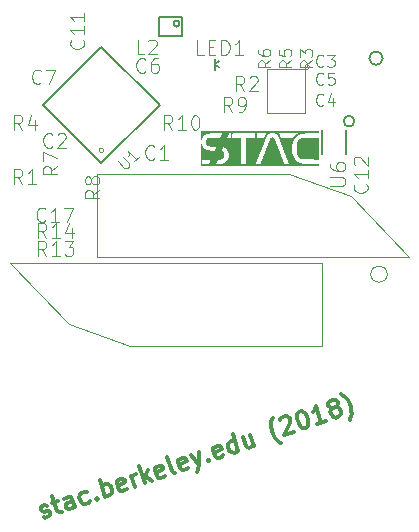
<source format=gbr>
G04 #@! TF.GenerationSoftware,KiCad,Pcbnew,(5.0.0-rc2-92-g9552e0272)*
G04 #@! TF.CreationDate,2018-06-17T01:32:07-07:00*
G04 #@! TF.ProjectId,sprite,7370726974652E6B696361645F706362,rev?*
G04 #@! TF.SameCoordinates,Original*
G04 #@! TF.FileFunction,Legend,Top*
G04 #@! TF.FilePolarity,Positive*
%FSLAX46Y46*%
G04 Gerber Fmt 4.6, Leading zero omitted, Abs format (unit mm)*
G04 Created by KiCad (PCBNEW (5.0.0-rc2-92-g9552e0272)) date Sun Jun 17 01:32:07 2018*
%MOMM*%
%LPD*%
G01*
G04 APERTURE LIST*
%ADD10C,0.300000*%
%ADD11C,0.150000*%
%ADD12C,0.127000*%
%ADD13C,0.120000*%
%ADD14C,0.076200*%
%ADD15C,0.203200*%
%ADD16C,0.101600*%
%ADD17C,0.075000*%
%ADD18C,0.010000*%
%ADD19C,0.106479*%
%ADD20C,0.100000*%
%ADD21C,0.081280*%
G04 APERTURE END LIST*
D10*
X124255480Y-127259509D02*
X124413809Y-127280536D01*
X124683957Y-127187517D01*
X124795776Y-127073470D01*
X124816804Y-126915141D01*
X124793549Y-126847604D01*
X124679502Y-126735785D01*
X124521173Y-126714757D01*
X124318562Y-126784522D01*
X124160233Y-126763495D01*
X124046186Y-126651675D01*
X124022931Y-126584138D01*
X124043959Y-126425809D01*
X124155778Y-126311763D01*
X124358389Y-126241998D01*
X124516718Y-126263025D01*
X124966222Y-126032704D02*
X125506519Y-125846665D01*
X125006049Y-125490180D02*
X125424637Y-126705847D01*
X125538684Y-126817666D01*
X125697013Y-126838694D01*
X125832087Y-126792184D01*
X126912679Y-126420106D02*
X126656876Y-125677199D01*
X126542829Y-125565379D01*
X126384500Y-125544352D01*
X126114352Y-125637371D01*
X126002533Y-125751418D01*
X126889425Y-126352569D02*
X126777605Y-126466616D01*
X126439920Y-126582890D01*
X126281591Y-126561863D01*
X126167544Y-126450044D01*
X126121035Y-126314969D01*
X126142062Y-126156640D01*
X126253881Y-126042594D01*
X126591566Y-125926319D01*
X126703386Y-125812273D01*
X128172628Y-125910726D02*
X128060809Y-126024773D01*
X127790661Y-126117793D01*
X127632332Y-126096765D01*
X127541540Y-126052483D01*
X127427493Y-125940664D01*
X127287964Y-125535442D01*
X127308991Y-125377113D01*
X127353274Y-125286321D01*
X127465093Y-125172274D01*
X127735241Y-125079255D01*
X127893570Y-125100282D01*
X128757207Y-125633896D02*
X128847999Y-125678178D01*
X128803717Y-125768970D01*
X128712925Y-125724687D01*
X128757207Y-125633896D01*
X128803717Y-125768970D01*
X129479087Y-125536421D02*
X128990735Y-124118143D01*
X129176774Y-124658439D02*
X129288593Y-124544393D01*
X129558741Y-124451373D01*
X129717070Y-124472400D01*
X129807862Y-124516683D01*
X129921909Y-124628502D01*
X130061438Y-125033724D01*
X130040411Y-125192053D01*
X129996128Y-125282845D01*
X129884309Y-125396892D01*
X129614161Y-125489911D01*
X129455832Y-125468884D01*
X131279332Y-124841002D02*
X131167513Y-124955049D01*
X130897365Y-125048069D01*
X130739036Y-125027041D01*
X130624989Y-124915222D01*
X130438950Y-124374926D01*
X130459977Y-124216597D01*
X130571797Y-124102550D01*
X130841945Y-124009531D01*
X131000274Y-124030558D01*
X131114321Y-124142377D01*
X131160830Y-124277451D01*
X130531970Y-124645074D01*
X131977957Y-124675991D02*
X131652389Y-123730472D01*
X131745409Y-124000620D02*
X131766436Y-123842291D01*
X131810718Y-123751500D01*
X131922537Y-123637453D01*
X132057612Y-123590943D01*
X132855939Y-124373678D02*
X132367587Y-122955400D01*
X132804974Y-123786871D02*
X133396235Y-124187639D01*
X133070667Y-123242120D02*
X132716410Y-123968455D01*
X134521110Y-123724769D02*
X134409291Y-123838816D01*
X134139143Y-123931835D01*
X133980814Y-123910808D01*
X133866767Y-123798989D01*
X133680728Y-123258692D01*
X133701755Y-123100363D01*
X133813575Y-122986316D01*
X134083723Y-122893297D01*
X134242052Y-122914324D01*
X134356099Y-123026144D01*
X134402608Y-123161218D01*
X133773748Y-123528840D01*
X135422347Y-123489993D02*
X135264018Y-123468965D01*
X135149971Y-123357146D01*
X134731383Y-122141479D01*
X136479684Y-123050378D02*
X136367865Y-123164424D01*
X136097717Y-123257444D01*
X135939388Y-123236417D01*
X135825341Y-123124597D01*
X135639302Y-122584301D01*
X135660330Y-122425972D01*
X135772149Y-122311925D01*
X136042297Y-122218906D01*
X136200626Y-122239933D01*
X136314673Y-122351752D01*
X136361182Y-122486826D01*
X135732322Y-122854449D01*
X136717667Y-121986357D02*
X137380921Y-122815601D01*
X137393038Y-121753808D02*
X137380921Y-122815601D01*
X137362121Y-123199796D01*
X137317839Y-123290588D01*
X137206020Y-123404635D01*
X138212393Y-122378214D02*
X138303184Y-122422496D01*
X138258902Y-122513288D01*
X138168110Y-122469006D01*
X138212393Y-122378214D01*
X138258902Y-122513288D01*
X139451314Y-122027163D02*
X139339495Y-122141210D01*
X139069347Y-122234230D01*
X138911018Y-122213202D01*
X138796971Y-122101383D01*
X138610932Y-121561087D01*
X138631959Y-121402758D01*
X138743779Y-121288711D01*
X139013927Y-121195692D01*
X139172256Y-121216719D01*
X139286303Y-121328538D01*
X139332812Y-121463612D01*
X138703952Y-121831235D01*
X140757773Y-121652858D02*
X140269421Y-120234580D01*
X140734518Y-121585321D02*
X140622699Y-121699368D01*
X140352551Y-121792387D01*
X140194222Y-121771360D01*
X140103430Y-121727078D01*
X139989383Y-121615258D01*
X139849854Y-121210036D01*
X139870881Y-121051707D01*
X139915163Y-120960915D01*
X140026982Y-120846869D01*
X140297131Y-120753849D01*
X140455460Y-120774876D01*
X141715408Y-120265497D02*
X142040977Y-121211015D01*
X141107575Y-120474791D02*
X141363379Y-121217698D01*
X141477425Y-121329517D01*
X141635754Y-121350545D01*
X141838365Y-121280780D01*
X141950185Y-121166733D01*
X141994467Y-121075941D01*
X144388201Y-121007156D02*
X144297409Y-120962874D01*
X144092570Y-120806772D01*
X143978523Y-120694953D01*
X143841222Y-120515597D01*
X143657410Y-120201167D01*
X143564391Y-119931019D01*
X143515654Y-119570078D01*
X143513426Y-119344212D01*
X143534453Y-119185883D01*
X143599763Y-118936763D01*
X143644045Y-118845971D01*
X144233079Y-119020872D02*
X144277361Y-118930080D01*
X144389180Y-118816033D01*
X144726865Y-118699759D01*
X144885194Y-118720786D01*
X144975986Y-118765068D01*
X145090033Y-118876888D01*
X145136543Y-119011962D01*
X145138770Y-119237828D01*
X144607384Y-120327330D01*
X145485366Y-120025017D01*
X145874995Y-118304426D02*
X146010069Y-118257916D01*
X146168398Y-118278944D01*
X146259190Y-118323226D01*
X146373237Y-118435045D01*
X146533793Y-118681938D01*
X146650068Y-119019624D01*
X146675550Y-119313027D01*
X146654523Y-119471356D01*
X146610241Y-119562147D01*
X146498421Y-119676194D01*
X146363347Y-119722704D01*
X146205018Y-119701677D01*
X146114226Y-119657394D01*
X146000180Y-119545575D01*
X145839623Y-119298682D01*
X145723349Y-118960997D01*
X145697866Y-118667594D01*
X145718894Y-118509265D01*
X145763176Y-118418473D01*
X145874995Y-118304426D01*
X148186847Y-119094822D02*
X147376403Y-119373881D01*
X147781625Y-119234352D02*
X147293273Y-117816074D01*
X147227963Y-118065195D01*
X147139399Y-118246779D01*
X147027580Y-118360825D01*
X148718233Y-118005320D02*
X148559904Y-117984292D01*
X148469113Y-117940010D01*
X148355066Y-117828191D01*
X148331811Y-117760654D01*
X148352838Y-117602325D01*
X148397120Y-117511533D01*
X148508940Y-117397486D01*
X148779088Y-117304467D01*
X148937417Y-117325494D01*
X149028209Y-117369776D01*
X149142255Y-117481595D01*
X149165510Y-117549132D01*
X149144483Y-117707461D01*
X149100201Y-117798253D01*
X148988382Y-117912300D01*
X148718233Y-118005320D01*
X148606414Y-118119366D01*
X148562132Y-118210158D01*
X148541105Y-118368487D01*
X148634124Y-118638635D01*
X148748171Y-118750455D01*
X148838963Y-118794737D01*
X148997292Y-118815764D01*
X149267440Y-118722745D01*
X149379259Y-118608698D01*
X149423541Y-118517906D01*
X149444569Y-118359577D01*
X149351549Y-118089429D01*
X149237502Y-117977610D01*
X149146711Y-117933327D01*
X148988382Y-117912300D01*
X150196386Y-119007237D02*
X150240669Y-118916445D01*
X150305978Y-118667325D01*
X150327005Y-118508996D01*
X150324778Y-118283130D01*
X150276040Y-117922190D01*
X150183021Y-117652041D01*
X149999210Y-117337611D01*
X149861908Y-117158255D01*
X149747861Y-117046436D01*
X149543023Y-116890334D01*
X149452231Y-116846052D01*
D11*
X152967961Y-88392000D02*
G75*
G03X152967961Y-88392000I-567961J0D01*
G01*
G04 #@! TO.C,U6*
X150571905Y-93726000D02*
G75*
G03X150571905Y-93726000I-457905J0D01*
G01*
D12*
X149844000Y-94504000D02*
X149844000Y-96504000D01*
X147844000Y-94504000D02*
X147844000Y-96504000D01*
D13*
G04 #@! TO.C,TP2*
X153354000Y-106680000D02*
G75*
G03X153354000Y-106680000I-700000J0D01*
G01*
D14*
G04 #@! TO.C,D2*
X145042868Y-98176819D02*
X128806869Y-98176819D01*
X150286190Y-100059750D02*
X145042868Y-98176819D01*
X155206868Y-105216818D02*
X150286190Y-100059750D01*
X128806869Y-105216818D02*
X155206868Y-105216818D01*
X128806869Y-98176819D02*
X128806869Y-105216818D01*
G04 #@! TO.C,D1*
X131614232Y-112791255D02*
X147850231Y-112791255D01*
X126370910Y-110908324D02*
X131614232Y-112791255D01*
X121450232Y-105751256D02*
X126370910Y-110908324D01*
X147850231Y-105751256D02*
X121450232Y-105751256D01*
X147850231Y-112791255D02*
X147850231Y-105751256D01*
D15*
G04 #@! TO.C,LED1*
X138783400Y-88925400D02*
X139078000Y-89118400D01*
X138768000Y-88900000D02*
X139078000Y-88666200D01*
X138768000Y-89360000D02*
X138768000Y-88900000D01*
X138768000Y-88440000D02*
X138768000Y-88900000D01*
D16*
G04 #@! TO.C,U2*
X143180000Y-89336000D02*
X146380000Y-89336000D01*
X143180000Y-93036000D02*
X143180000Y-89336000D01*
X146380000Y-93036000D02*
X143180000Y-93036000D01*
X146380000Y-89336000D02*
X146380000Y-93036000D01*
D14*
X146780000Y-89136000D02*
G75*
G03X146780000Y-89136000I-200000J0D01*
G01*
D11*
G04 #@! TO.C,U3*
X135763000Y-85471000D02*
G75*
G03X135763000Y-85471000I-254000J0D01*
G01*
D12*
X136001000Y-86125000D02*
X136001000Y-86525000D01*
X136001000Y-84925000D02*
X136001000Y-86125000D01*
X134001000Y-84925000D02*
X136001000Y-84925000D01*
X134001000Y-86525000D02*
X134001000Y-84925000D01*
X135601000Y-86525000D02*
X134001000Y-86525000D01*
X136001000Y-86525000D02*
X135601000Y-86525000D01*
D11*
G04 #@! TO.C,U1*
X134080241Y-92352074D02*
X129141100Y-97291215D01*
X129141100Y-87412933D02*
X134080241Y-92352074D01*
X124201959Y-92352074D02*
X129141100Y-87412933D01*
X129141100Y-97291215D02*
X124201959Y-92352074D01*
D17*
X129326600Y-96198735D02*
G75*
G03X129326600Y-96198735I-185500J0D01*
G01*
D18*
G04 #@! TO.C,G\002A\002A\002A*
G36*
X144247809Y-95038333D02*
X144241762Y-95044381D01*
X144235714Y-95038333D01*
X144241762Y-95032286D01*
X144247809Y-95038333D01*
X144247809Y-95038333D01*
G37*
X144247809Y-95038333D02*
X144241762Y-95044381D01*
X144235714Y-95038333D01*
X144241762Y-95032286D01*
X144247809Y-95038333D01*
G36*
X139712095Y-94844809D02*
X139706048Y-94850857D01*
X139700000Y-94844809D01*
X139706048Y-94838762D01*
X139712095Y-94844809D01*
X139712095Y-94844809D01*
G37*
X139712095Y-94844809D02*
X139706048Y-94850857D01*
X139700000Y-94844809D01*
X139706048Y-94838762D01*
X139712095Y-94844809D01*
G36*
X142397238Y-96634905D02*
X142391190Y-96640952D01*
X142385143Y-96634905D01*
X142391190Y-96628857D01*
X142397238Y-96634905D01*
X142397238Y-96634905D01*
G37*
X142397238Y-96634905D02*
X142391190Y-96640952D01*
X142385143Y-96634905D01*
X142391190Y-96628857D01*
X142397238Y-96634905D01*
G36*
X142155333Y-94687571D02*
X142149286Y-94693619D01*
X142143238Y-94687571D01*
X142149286Y-94681524D01*
X142155333Y-94687571D01*
X142155333Y-94687571D01*
G37*
X142155333Y-94687571D02*
X142149286Y-94693619D01*
X142143238Y-94687571D01*
X142149286Y-94681524D01*
X142155333Y-94687571D01*
G36*
X145372667Y-96755857D02*
X145366619Y-96761905D01*
X145360571Y-96755857D01*
X145366619Y-96749809D01*
X145372667Y-96755857D01*
X145372667Y-96755857D01*
G37*
X145372667Y-96755857D02*
X145366619Y-96761905D01*
X145360571Y-96755857D01*
X145366619Y-96749809D01*
X145372667Y-96755857D01*
G36*
X145989524Y-96804238D02*
X145983476Y-96810286D01*
X145977428Y-96804238D01*
X145983476Y-96798190D01*
X145989524Y-96804238D01*
X145989524Y-96804238D01*
G37*
X145989524Y-96804238D02*
X145983476Y-96810286D01*
X145977428Y-96804238D01*
X145983476Y-96798190D01*
X145989524Y-96804238D01*
G36*
X147453048Y-96882857D02*
X146827119Y-96881454D01*
X146705778Y-96881078D01*
X146591383Y-96880525D01*
X146486287Y-96879819D01*
X146392844Y-96878985D01*
X146313407Y-96878049D01*
X146250331Y-96877035D01*
X146205969Y-96875970D01*
X146182674Y-96874878D01*
X146180024Y-96874519D01*
X146162087Y-96864556D01*
X146158857Y-96857780D01*
X146148125Y-96850760D01*
X146121314Y-96846857D01*
X146110476Y-96846571D01*
X146080179Y-96843940D01*
X146063328Y-96837366D01*
X146062095Y-96834706D01*
X146051832Y-96823242D01*
X146031857Y-96815252D01*
X146009228Y-96806367D01*
X146001619Y-96798190D01*
X145991360Y-96788613D01*
X145970370Y-96780875D01*
X145948886Y-96769530D01*
X145917851Y-96746193D01*
X145882346Y-96715604D01*
X145847450Y-96682502D01*
X145818243Y-96651628D01*
X145799804Y-96627722D01*
X145796000Y-96618171D01*
X145787597Y-96605314D01*
X145783905Y-96604667D01*
X145774717Y-96594343D01*
X145771809Y-96575292D01*
X145764568Y-96544610D01*
X145753667Y-96527775D01*
X145739325Y-96501717D01*
X145735524Y-96479538D01*
X145730279Y-96454841D01*
X145720747Y-96444519D01*
X145711845Y-96429593D01*
X145705045Y-96392972D01*
X145701208Y-96345271D01*
X145697550Y-96297638D01*
X145692594Y-96270880D01*
X145686647Y-96266562D01*
X145685931Y-96267546D01*
X145682638Y-96261384D01*
X145679818Y-96233522D01*
X145677581Y-96186448D01*
X145676033Y-96122652D01*
X145675284Y-96044620D01*
X145675233Y-96021071D01*
X145675646Y-95944234D01*
X145676908Y-95876245D01*
X145678879Y-95820574D01*
X145681420Y-95780695D01*
X145684393Y-95760079D01*
X145685734Y-95758000D01*
X145691811Y-95746955D01*
X145697493Y-95717990D01*
X145701554Y-95677362D01*
X145701570Y-95677126D01*
X145706449Y-95632216D01*
X145713864Y-95601852D01*
X145721121Y-95591451D01*
X145730300Y-95577453D01*
X145735247Y-95548614D01*
X145735524Y-95539278D01*
X145738649Y-95506018D01*
X145748956Y-95492603D01*
X145753667Y-95491905D01*
X145768258Y-95481390D01*
X145771809Y-95461667D01*
X145775950Y-95438936D01*
X145783905Y-95431428D01*
X145794573Y-95421606D01*
X145796000Y-95412906D01*
X145805785Y-95392724D01*
X145814143Y-95387421D01*
X145829440Y-95370927D01*
X145832286Y-95357563D01*
X145840205Y-95338674D01*
X145850428Y-95334667D01*
X145866464Y-95324985D01*
X145868571Y-95316524D01*
X145878253Y-95300488D01*
X145886714Y-95298381D01*
X145902750Y-95288699D01*
X145904857Y-95280238D01*
X145916952Y-95280238D01*
X145923000Y-95286286D01*
X145929048Y-95280238D01*
X145923000Y-95274190D01*
X145916952Y-95280238D01*
X145904857Y-95280238D01*
X145915371Y-95265646D01*
X145935095Y-95262095D01*
X145959415Y-95255786D01*
X145965333Y-95243952D01*
X145975848Y-95229360D01*
X145995571Y-95225809D01*
X146018307Y-95221996D01*
X146025809Y-95214675D01*
X146036236Y-95204593D01*
X146061390Y-95195728D01*
X146062095Y-95195571D01*
X146087488Y-95186795D01*
X146098374Y-95176685D01*
X146098381Y-95176467D01*
X146109245Y-95170046D01*
X146136953Y-95166023D01*
X146157336Y-95165333D01*
X146206068Y-95161250D01*
X146255365Y-95151066D01*
X146267714Y-95147190D01*
X146283434Y-95142839D01*
X146305158Y-95139218D01*
X146335002Y-95136265D01*
X146375084Y-95133917D01*
X146427523Y-95132112D01*
X146494435Y-95130788D01*
X146577939Y-95129884D01*
X146680153Y-95129336D01*
X146803193Y-95129083D01*
X146886092Y-95129047D01*
X147453048Y-95129047D01*
X147453048Y-96882857D01*
X147453048Y-96882857D01*
G37*
X147453048Y-96882857D02*
X146827119Y-96881454D01*
X146705778Y-96881078D01*
X146591383Y-96880525D01*
X146486287Y-96879819D01*
X146392844Y-96878985D01*
X146313407Y-96878049D01*
X146250331Y-96877035D01*
X146205969Y-96875970D01*
X146182674Y-96874878D01*
X146180024Y-96874519D01*
X146162087Y-96864556D01*
X146158857Y-96857780D01*
X146148125Y-96850760D01*
X146121314Y-96846857D01*
X146110476Y-96846571D01*
X146080179Y-96843940D01*
X146063328Y-96837366D01*
X146062095Y-96834706D01*
X146051832Y-96823242D01*
X146031857Y-96815252D01*
X146009228Y-96806367D01*
X146001619Y-96798190D01*
X145991360Y-96788613D01*
X145970370Y-96780875D01*
X145948886Y-96769530D01*
X145917851Y-96746193D01*
X145882346Y-96715604D01*
X145847450Y-96682502D01*
X145818243Y-96651628D01*
X145799804Y-96627722D01*
X145796000Y-96618171D01*
X145787597Y-96605314D01*
X145783905Y-96604667D01*
X145774717Y-96594343D01*
X145771809Y-96575292D01*
X145764568Y-96544610D01*
X145753667Y-96527775D01*
X145739325Y-96501717D01*
X145735524Y-96479538D01*
X145730279Y-96454841D01*
X145720747Y-96444519D01*
X145711845Y-96429593D01*
X145705045Y-96392972D01*
X145701208Y-96345271D01*
X145697550Y-96297638D01*
X145692594Y-96270880D01*
X145686647Y-96266562D01*
X145685931Y-96267546D01*
X145682638Y-96261384D01*
X145679818Y-96233522D01*
X145677581Y-96186448D01*
X145676033Y-96122652D01*
X145675284Y-96044620D01*
X145675233Y-96021071D01*
X145675646Y-95944234D01*
X145676908Y-95876245D01*
X145678879Y-95820574D01*
X145681420Y-95780695D01*
X145684393Y-95760079D01*
X145685734Y-95758000D01*
X145691811Y-95746955D01*
X145697493Y-95717990D01*
X145701554Y-95677362D01*
X145701570Y-95677126D01*
X145706449Y-95632216D01*
X145713864Y-95601852D01*
X145721121Y-95591451D01*
X145730300Y-95577453D01*
X145735247Y-95548614D01*
X145735524Y-95539278D01*
X145738649Y-95506018D01*
X145748956Y-95492603D01*
X145753667Y-95491905D01*
X145768258Y-95481390D01*
X145771809Y-95461667D01*
X145775950Y-95438936D01*
X145783905Y-95431428D01*
X145794573Y-95421606D01*
X145796000Y-95412906D01*
X145805785Y-95392724D01*
X145814143Y-95387421D01*
X145829440Y-95370927D01*
X145832286Y-95357563D01*
X145840205Y-95338674D01*
X145850428Y-95334667D01*
X145866464Y-95324985D01*
X145868571Y-95316524D01*
X145878253Y-95300488D01*
X145886714Y-95298381D01*
X145902750Y-95288699D01*
X145904857Y-95280238D01*
X145916952Y-95280238D01*
X145923000Y-95286286D01*
X145929048Y-95280238D01*
X145923000Y-95274190D01*
X145916952Y-95280238D01*
X145904857Y-95280238D01*
X145915371Y-95265646D01*
X145935095Y-95262095D01*
X145959415Y-95255786D01*
X145965333Y-95243952D01*
X145975848Y-95229360D01*
X145995571Y-95225809D01*
X146018307Y-95221996D01*
X146025809Y-95214675D01*
X146036236Y-95204593D01*
X146061390Y-95195728D01*
X146062095Y-95195571D01*
X146087488Y-95186795D01*
X146098374Y-95176685D01*
X146098381Y-95176467D01*
X146109245Y-95170046D01*
X146136953Y-95166023D01*
X146157336Y-95165333D01*
X146206068Y-95161250D01*
X146255365Y-95151066D01*
X146267714Y-95147190D01*
X146283434Y-95142839D01*
X146305158Y-95139218D01*
X146335002Y-95136265D01*
X146375084Y-95133917D01*
X146427523Y-95132112D01*
X146494435Y-95130788D01*
X146577939Y-95129884D01*
X146680153Y-95129336D01*
X146803193Y-95129083D01*
X146886092Y-95129047D01*
X147453048Y-95129047D01*
X147453048Y-96882857D01*
G36*
X147453048Y-94669428D02*
X146875500Y-94669614D01*
X146760552Y-94669855D01*
X146653871Y-94670474D01*
X146557712Y-94671431D01*
X146474334Y-94672683D01*
X146405995Y-94674189D01*
X146354952Y-94675908D01*
X146323464Y-94677798D01*
X146313787Y-94679817D01*
X146313928Y-94679928D01*
X146309927Y-94684858D01*
X146284697Y-94689722D01*
X146241198Y-94694087D01*
X146199412Y-94696717D01*
X146139966Y-94700923D01*
X146095496Y-94706476D01*
X146069588Y-94712847D01*
X146064500Y-94716641D01*
X146050749Y-94725154D01*
X146022166Y-94729680D01*
X146013570Y-94729905D01*
X145978369Y-94734437D01*
X145951806Y-94745589D01*
X145948918Y-94748047D01*
X145923055Y-94762204D01*
X145899673Y-94766190D01*
X145876528Y-94769907D01*
X145868571Y-94777325D01*
X145858144Y-94787406D01*
X145832991Y-94796271D01*
X145832286Y-94796428D01*
X145806905Y-94804822D01*
X145796007Y-94814019D01*
X145796000Y-94814221D01*
X145785761Y-94824143D01*
X145765762Y-94831633D01*
X145743109Y-94841346D01*
X145735524Y-94851087D01*
X145725171Y-94860007D01*
X145705286Y-94862952D01*
X145680966Y-94869261D01*
X145675048Y-94881095D01*
X145668211Y-94897186D01*
X145662375Y-94899238D01*
X145646201Y-94907379D01*
X145623817Y-94927207D01*
X145621678Y-94929476D01*
X145598858Y-94950095D01*
X145580985Y-94959636D01*
X145579922Y-94959714D01*
X145568194Y-94969687D01*
X145566005Y-94980881D01*
X145564008Y-94994887D01*
X145555610Y-94986222D01*
X145554095Y-94983905D01*
X145544461Y-94974721D01*
X145542185Y-94979030D01*
X145534777Y-94996864D01*
X145517210Y-95021207D01*
X145517076Y-95021363D01*
X145474292Y-95072545D01*
X145444468Y-95111842D01*
X145423733Y-95144745D01*
X145409223Y-95174405D01*
X145395720Y-95195292D01*
X145385061Y-95201619D01*
X145375744Y-95211968D01*
X145372667Y-95231857D01*
X145366358Y-95256177D01*
X145354524Y-95262095D01*
X145340120Y-95272913D01*
X145336381Y-95298381D01*
X145333323Y-95323865D01*
X145325957Y-95334664D01*
X145325831Y-95334666D01*
X145317530Y-95345350D01*
X145309580Y-95372054D01*
X145307546Y-95383047D01*
X145300068Y-95413295D01*
X145290769Y-95430165D01*
X145287857Y-95431428D01*
X145280317Y-95442146D01*
X145276177Y-95468866D01*
X145275905Y-95478945D01*
X145271470Y-95514422D01*
X145260526Y-95541287D01*
X145257762Y-95544605D01*
X145247744Y-95563100D01*
X145241925Y-95596636D01*
X145239691Y-95649254D01*
X145239619Y-95664003D01*
X145238149Y-95712314D01*
X145234233Y-95751534D01*
X145228614Y-95775120D01*
X145226664Y-95778212D01*
X145219821Y-95796885D01*
X145214249Y-95834678D01*
X145210088Y-95886548D01*
X145207478Y-95947450D01*
X145206559Y-96012341D01*
X145207470Y-96076177D01*
X145210353Y-96133915D01*
X145215346Y-96180510D01*
X145215475Y-96181333D01*
X145223876Y-96243125D01*
X145231338Y-96312467D01*
X145235589Y-96365050D01*
X145241519Y-96422228D01*
X145250649Y-96459468D01*
X145258660Y-96472364D01*
X145270197Y-96494250D01*
X145275723Y-96531051D01*
X145275905Y-96539624D01*
X145278056Y-96571570D01*
X145283482Y-96590418D01*
X145286454Y-96592571D01*
X145294756Y-96603255D01*
X145302705Y-96629959D01*
X145304740Y-96640952D01*
X145312218Y-96671199D01*
X145321516Y-96688070D01*
X145324429Y-96689333D01*
X145333508Y-96699658D01*
X145336381Y-96718707D01*
X145343622Y-96749390D01*
X145354524Y-96766224D01*
X145369737Y-96793209D01*
X145372667Y-96810135D01*
X145376884Y-96827622D01*
X145383891Y-96828967D01*
X145395510Y-96833241D01*
X145403630Y-96848855D01*
X145417727Y-96877974D01*
X145428691Y-96892228D01*
X145442821Y-96914674D01*
X145445238Y-96926054D01*
X145452051Y-96941588D01*
X145457333Y-96943333D01*
X145468064Y-96953130D01*
X145469428Y-96961476D01*
X145479110Y-96977512D01*
X145487571Y-96979619D01*
X145503607Y-96989301D01*
X145505714Y-96997762D01*
X145512702Y-97013850D01*
X145518673Y-97015905D01*
X145539192Y-97025066D01*
X145558679Y-97045175D01*
X145566190Y-97063422D01*
X145575286Y-97075852D01*
X145578863Y-97076381D01*
X145595247Y-97084487D01*
X145617365Y-97104078D01*
X145618173Y-97104938D01*
X145645901Y-97128247D01*
X145672024Y-97142039D01*
X145693104Y-97152338D01*
X145699238Y-97160551D01*
X145709479Y-97170584D01*
X145729476Y-97178110D01*
X145752129Y-97187822D01*
X145759714Y-97197564D01*
X145769572Y-97207954D01*
X145778721Y-97209428D01*
X145802525Y-97217467D01*
X145815871Y-97227571D01*
X145842073Y-97242049D01*
X145863388Y-97245714D01*
X145885709Y-97249486D01*
X145892762Y-97256436D01*
X145903528Y-97264433D01*
X145930779Y-97272358D01*
X145947190Y-97275320D01*
X145979594Y-97282426D01*
X145999078Y-97291034D01*
X146001619Y-97294836D01*
X146012261Y-97302314D01*
X146038457Y-97306082D01*
X146044341Y-97306190D01*
X146085635Y-97311180D01*
X146127933Y-97323296D01*
X146130485Y-97324333D01*
X146143306Y-97328422D01*
X146161882Y-97331866D01*
X146188173Y-97334717D01*
X146224141Y-97337028D01*
X146271748Y-97338851D01*
X146332953Y-97340237D01*
X146409720Y-97341240D01*
X146504009Y-97341910D01*
X146617781Y-97342300D01*
X146752998Y-97342463D01*
X146813477Y-97342476D01*
X147453048Y-97342476D01*
X147453048Y-97451333D01*
X137547048Y-97451333D01*
X137547048Y-97126730D01*
X137581916Y-97126730D01*
X137582422Y-97189021D01*
X137584398Y-97245760D01*
X137587870Y-97292144D01*
X137592860Y-97323369D01*
X137598452Y-97334466D01*
X137614230Y-97336152D01*
X137650802Y-97337734D01*
X137704773Y-97339138D01*
X137772749Y-97340291D01*
X137851332Y-97341120D01*
X137925888Y-97341521D01*
X138024293Y-97341604D01*
X138101170Y-97341090D01*
X138159179Y-97339850D01*
X138200977Y-97337750D01*
X138229224Y-97334659D01*
X138246578Y-97330446D01*
X138255483Y-97325197D01*
X138256857Y-97322652D01*
X138348108Y-97322652D01*
X138357428Y-97330381D01*
X138383798Y-97340300D01*
X138412727Y-97341927D01*
X138435080Y-97335805D01*
X138442095Y-97325341D01*
X138443586Y-97321487D01*
X138540525Y-97321487D01*
X138546339Y-97335928D01*
X138574725Y-97342150D01*
X138587238Y-97342476D01*
X138617531Y-97339602D01*
X138634384Y-97332424D01*
X138635619Y-97329517D01*
X138642624Y-97312947D01*
X138736854Y-97312947D01*
X138739103Y-97331472D01*
X138753042Y-97335311D01*
X138786899Y-97338343D01*
X138836614Y-97340585D01*
X138898125Y-97342056D01*
X138967371Y-97342775D01*
X139040291Y-97342758D01*
X139112824Y-97342025D01*
X139180908Y-97340592D01*
X139240482Y-97338480D01*
X139287485Y-97335705D01*
X139317856Y-97332285D01*
X139327575Y-97328847D01*
X139341207Y-97320090D01*
X139371221Y-97312422D01*
X139395106Y-97309165D01*
X139430404Y-97304114D01*
X139453261Y-97297658D01*
X139458095Y-97293517D01*
X139468508Y-97284519D01*
X139493633Y-97276118D01*
X139494381Y-97275952D01*
X139519774Y-97267176D01*
X139530660Y-97257066D01*
X139530667Y-97256848D01*
X139541034Y-97248515D01*
X139561284Y-97245714D01*
X139587044Y-97239308D01*
X139598864Y-97227571D01*
X139615427Y-97211984D01*
X139627428Y-97209428D01*
X139649398Y-97200542D01*
X139655993Y-97191286D01*
X139672557Y-97175190D01*
X139682191Y-97173143D01*
X139695002Y-97167373D01*
X139693952Y-97161047D01*
X139696694Y-97150693D01*
X139705334Y-97148952D01*
X139721823Y-97139583D01*
X139724190Y-97130809D01*
X139733872Y-97114774D01*
X139742333Y-97112667D01*
X139758369Y-97102985D01*
X139760476Y-97094524D01*
X139770158Y-97078488D01*
X139778619Y-97076381D01*
X139794654Y-97066699D01*
X139796762Y-97058238D01*
X139803293Y-97042142D01*
X139808857Y-97040095D01*
X139817949Y-97029744D01*
X139820952Y-97009857D01*
X139827261Y-96985537D01*
X139839095Y-96979619D01*
X139853674Y-96969084D01*
X139857238Y-96949001D01*
X139863644Y-96923242D01*
X139875381Y-96911421D01*
X139889126Y-96893569D01*
X139893524Y-96858380D01*
X139897178Y-96826594D01*
X139906423Y-96808453D01*
X139908643Y-96807254D01*
X139914143Y-96799171D01*
X139918251Y-96777519D01*
X139921111Y-96739929D01*
X139922869Y-96684037D01*
X139923673Y-96607476D01*
X139923762Y-96562323D01*
X139923368Y-96474918D01*
X139922090Y-96409326D01*
X139919782Y-96363180D01*
X139916296Y-96334116D01*
X139911488Y-96319767D01*
X139908643Y-96317402D01*
X139898616Y-96302829D01*
X139893689Y-96272448D01*
X139893524Y-96264992D01*
X139890398Y-96231732D01*
X139880091Y-96218318D01*
X139875381Y-96217619D01*
X139860977Y-96206801D01*
X139857238Y-96181333D01*
X139851829Y-96152526D01*
X139839095Y-96145047D01*
X139824340Y-96134878D01*
X139820952Y-96119967D01*
X139812804Y-96101961D01*
X139791610Y-96073319D01*
X139762244Y-96039231D01*
X139729581Y-96004890D01*
X139698495Y-95975486D01*
X139673861Y-95956213D01*
X139662801Y-95951524D01*
X139651905Y-95942324D01*
X139651619Y-95939659D01*
X139641356Y-95928194D01*
X139621381Y-95920205D01*
X139598738Y-95910866D01*
X139591143Y-95901831D01*
X139580784Y-95893722D01*
X139560905Y-95891047D01*
X139536585Y-95884739D01*
X139530667Y-95872905D01*
X139519848Y-95858501D01*
X139494381Y-95854762D01*
X139468907Y-95851053D01*
X139458098Y-95842116D01*
X139458095Y-95841953D01*
X139450806Y-95834476D01*
X139446836Y-95836102D01*
X139431301Y-95834586D01*
X139427979Y-95830769D01*
X139411349Y-95820374D01*
X139390940Y-95827455D01*
X139372575Y-95847285D01*
X139362079Y-95875138D01*
X139361333Y-95884856D01*
X139356084Y-95908701D01*
X139347322Y-95917892D01*
X139334938Y-95932184D01*
X139328829Y-95952162D01*
X139321170Y-95976303D01*
X139312602Y-95985793D01*
X139303606Y-95999508D01*
X139300857Y-96019435D01*
X139294245Y-96044789D01*
X139282714Y-96056007D01*
X139269013Y-96073308D01*
X139264571Y-96104008D01*
X139260376Y-96134803D01*
X139247128Y-96145034D01*
X139246428Y-96145047D01*
X139233041Y-96154861D01*
X139228322Y-96178453D01*
X139232187Y-96207051D01*
X139244553Y-96231883D01*
X139247292Y-96234898D01*
X139273443Y-96250546D01*
X139290490Y-96253905D01*
X139318694Y-96261153D01*
X139330477Y-96269024D01*
X139352922Y-96287872D01*
X139371946Y-96301932D01*
X139391469Y-96320912D01*
X139397619Y-96335194D01*
X139407357Y-96348894D01*
X139415762Y-96350667D01*
X139431809Y-96359831D01*
X139433905Y-96367801D01*
X139442936Y-96386488D01*
X139449024Y-96389976D01*
X139455303Y-96403465D01*
X139460034Y-96435514D01*
X139463187Y-96480539D01*
X139464734Y-96532957D01*
X139464647Y-96587185D01*
X139462898Y-96637641D01*
X139459457Y-96678741D01*
X139454298Y-96704902D01*
X139450654Y-96710941D01*
X139436559Y-96728584D01*
X139428672Y-96746786D01*
X139417911Y-96767886D01*
X139408899Y-96774000D01*
X139398684Y-96783713D01*
X139397619Y-96790831D01*
X139387307Y-96806053D01*
X139367381Y-96815252D01*
X139344728Y-96824965D01*
X139337143Y-96834706D01*
X139327285Y-96845097D01*
X139318136Y-96846571D01*
X139294332Y-96854610D01*
X139280986Y-96864714D01*
X139268111Y-96872449D01*
X139245131Y-96877749D01*
X139208280Y-96880992D01*
X139153790Y-96882557D01*
X139100422Y-96882857D01*
X139031701Y-96883727D01*
X138980140Y-96886219D01*
X138948129Y-96890154D01*
X138938000Y-96894952D01*
X138928203Y-96905683D01*
X138919857Y-96907047D01*
X138905453Y-96917866D01*
X138901714Y-96943333D01*
X138898488Y-96968815D01*
X138890715Y-96979616D01*
X138890580Y-96979619D01*
X138880498Y-96990046D01*
X138871633Y-97015199D01*
X138871476Y-97015905D01*
X138863150Y-97041283D01*
X138854117Y-97052183D01*
X138853918Y-97052190D01*
X138846247Y-97062876D01*
X138838614Y-97089622D01*
X138836502Y-97101140D01*
X138829125Y-97129983D01*
X138820011Y-97143097D01*
X138816814Y-97142760D01*
X138808516Y-97147702D01*
X138804963Y-97170778D01*
X138804952Y-97172429D01*
X138799754Y-97201547D01*
X138786809Y-97209428D01*
X138772406Y-97220247D01*
X138768667Y-97245714D01*
X138765536Y-97271197D01*
X138757995Y-97281997D01*
X138757865Y-97282000D01*
X138744639Y-97291915D01*
X138736854Y-97312947D01*
X138642624Y-97312947D01*
X138643399Y-97311115D01*
X138653762Y-97298415D01*
X138668077Y-97272385D01*
X138671905Y-97250034D01*
X138678934Y-97219146D01*
X138690048Y-97201653D01*
X138705219Y-97175906D01*
X138708190Y-97160184D01*
X138713423Y-97141003D01*
X138720286Y-97136857D01*
X138729998Y-97126690D01*
X138732381Y-97111803D01*
X138740680Y-97082485D01*
X138750524Y-97068605D01*
X138763954Y-97043505D01*
X138768667Y-97015041D01*
X138774186Y-96986870D01*
X138786809Y-96979619D01*
X138799425Y-96971630D01*
X138804623Y-96945147D01*
X138804952Y-96931238D01*
X138803015Y-96901000D01*
X138817048Y-96901000D01*
X138823095Y-96907047D01*
X138829143Y-96901000D01*
X138823095Y-96894952D01*
X138817048Y-96901000D01*
X138803015Y-96901000D01*
X138802924Y-96899585D01*
X138794724Y-96885596D01*
X138780762Y-96882857D01*
X138750965Y-96892935D01*
X138724042Y-96917216D01*
X138709029Y-96946769D01*
X138708190Y-96954564D01*
X138699966Y-96982296D01*
X138690048Y-96996034D01*
X138675891Y-97021897D01*
X138671905Y-97045279D01*
X138665744Y-97070244D01*
X138653762Y-97076381D01*
X138639198Y-97086941D01*
X138635619Y-97107483D01*
X138628790Y-97138580D01*
X138617476Y-97156728D01*
X138604156Y-97181713D01*
X138599333Y-97211006D01*
X138595988Y-97234689D01*
X138587452Y-97239794D01*
X138587238Y-97239667D01*
X138577609Y-97243250D01*
X138575143Y-97256232D01*
X138566887Y-97284617D01*
X138557000Y-97298415D01*
X138540525Y-97321487D01*
X138443586Y-97321487D01*
X138449080Y-97307288D01*
X138453841Y-97304174D01*
X138464456Y-97290438D01*
X138470067Y-97270543D01*
X138478577Y-97246116D01*
X138488560Y-97236273D01*
X138499474Y-97222007D01*
X138502571Y-97203237D01*
X138510078Y-97172787D01*
X138520714Y-97156728D01*
X138534871Y-97130865D01*
X138538857Y-97107483D01*
X138545017Y-97082517D01*
X138557000Y-97076381D01*
X138571278Y-97065780D01*
X138575143Y-97039381D01*
X138578418Y-97015202D01*
X138586823Y-97009618D01*
X138587238Y-97009857D01*
X138595804Y-97005131D01*
X138599327Y-96981598D01*
X138599333Y-96980333D01*
X138604531Y-96951215D01*
X138617476Y-96943333D01*
X138632068Y-96932819D01*
X138635619Y-96913095D01*
X138632978Y-96893613D01*
X138620522Y-96884954D01*
X138591451Y-96882868D01*
X138587238Y-96882857D01*
X138556067Y-96884507D01*
X138542213Y-96892292D01*
X138538874Y-96910462D01*
X138538857Y-96913095D01*
X138532548Y-96937415D01*
X138520714Y-96943333D01*
X138506310Y-96954151D01*
X138502571Y-96979619D01*
X138499345Y-97005100D01*
X138491572Y-97015902D01*
X138491437Y-97015905D01*
X138481612Y-97026388D01*
X138472520Y-97051954D01*
X138471775Y-97055214D01*
X138463003Y-97084121D01*
X138453309Y-97100829D01*
X138452730Y-97101249D01*
X138443990Y-97117172D01*
X138439516Y-97140558D01*
X138432570Y-97164416D01*
X138421314Y-97173143D01*
X138409857Y-97183890D01*
X138405809Y-97209428D01*
X138400400Y-97238236D01*
X138387667Y-97245714D01*
X138373263Y-97256532D01*
X138369524Y-97282000D01*
X138365077Y-97308371D01*
X138354405Y-97318471D01*
X138348108Y-97322652D01*
X138256857Y-97322652D01*
X138269164Y-97299862D01*
X138272762Y-97278110D01*
X138279332Y-97252676D01*
X138290905Y-97241340D01*
X138304712Y-97225231D01*
X138309048Y-97203760D01*
X138312700Y-97180842D01*
X138319832Y-97173143D01*
X138330220Y-97162828D01*
X138338933Y-97140002D01*
X138348534Y-97113477D01*
X138358001Y-97100217D01*
X138366308Y-97084625D01*
X138371604Y-97056059D01*
X138371710Y-97054739D01*
X138378091Y-97027461D01*
X138389715Y-97015924D01*
X138390239Y-97015905D01*
X138401775Y-97005146D01*
X138405809Y-96979619D01*
X138411219Y-96950811D01*
X138423952Y-96943333D01*
X138438544Y-96932819D01*
X138442095Y-96913095D01*
X138442095Y-96882857D01*
X138029993Y-96882857D01*
X137915981Y-96883007D01*
X137823852Y-96883521D01*
X137751296Y-96884490D01*
X137696009Y-96886007D01*
X137655682Y-96888166D01*
X137628007Y-96891059D01*
X137610679Y-96894780D01*
X137601390Y-96899420D01*
X137600612Y-96900136D01*
X137594122Y-96918128D01*
X137588984Y-96954587D01*
X137585221Y-97004710D01*
X137582857Y-97063692D01*
X137581916Y-97126730D01*
X137547048Y-97126730D01*
X137547048Y-96544190D01*
X137547188Y-96387533D01*
X137547599Y-96241372D01*
X137548103Y-96139000D01*
X137946190Y-96139000D01*
X137952238Y-96145047D01*
X137958286Y-96139000D01*
X137952238Y-96132952D01*
X137946190Y-96139000D01*
X137548103Y-96139000D01*
X137548260Y-96107272D01*
X137549153Y-95986800D01*
X137550259Y-95881521D01*
X137551561Y-95793002D01*
X137553038Y-95722808D01*
X137554673Y-95672505D01*
X137556447Y-95643659D01*
X137557849Y-95637047D01*
X137572010Y-95648302D01*
X137580896Y-95679358D01*
X137583333Y-95716656D01*
X137586193Y-95744245D01*
X137593203Y-95757733D01*
X137594467Y-95758000D01*
X137604549Y-95768427D01*
X137613414Y-95793580D01*
X137613571Y-95794286D01*
X137622348Y-95819678D01*
X137632457Y-95830564D01*
X137632675Y-95830571D01*
X137641047Y-95840928D01*
X137643809Y-95860809D01*
X137649657Y-95884442D01*
X137660641Y-95891047D01*
X137675863Y-95901359D01*
X137685062Y-95921286D01*
X137694774Y-95943939D01*
X137704516Y-95951524D01*
X137716038Y-95960735D01*
X137716381Y-95963619D01*
X137724991Y-95981606D01*
X137744691Y-96003579D01*
X137766288Y-96020344D01*
X137776857Y-96024095D01*
X137788603Y-96033131D01*
X137788952Y-96035960D01*
X137799215Y-96047424D01*
X137819190Y-96055414D01*
X137841819Y-96064300D01*
X137849428Y-96072476D01*
X137859664Y-96082134D01*
X137879667Y-96089538D01*
X137902320Y-96099251D01*
X137909905Y-96108992D01*
X137920257Y-96117912D01*
X137940143Y-96120857D01*
X137962874Y-96124949D01*
X137970381Y-96132809D01*
X137981072Y-96141991D01*
X138007790Y-96150432D01*
X138018762Y-96152498D01*
X138048991Y-96159346D01*
X138065869Y-96167080D01*
X138067143Y-96169363D01*
X138078226Y-96174759D01*
X138107550Y-96180733D01*
X138149227Y-96186141D01*
X138157929Y-96186998D01*
X138200131Y-96192359D01*
X138229956Y-96198878D01*
X138242090Y-96205318D01*
X138241882Y-96206562D01*
X138251117Y-96210229D01*
X138281966Y-96213289D01*
X138331856Y-96215621D01*
X138398217Y-96217104D01*
X138477667Y-96217619D01*
X138560572Y-96217474D01*
X138622727Y-96216830D01*
X138667571Y-96215377D01*
X138698545Y-96212802D01*
X138719087Y-96208793D01*
X138732639Y-96203038D01*
X138742639Y-96195226D01*
X138744476Y-96193428D01*
X138748637Y-96187381D01*
X138841238Y-96187381D01*
X138844424Y-96207870D01*
X138858736Y-96216227D01*
X138883341Y-96217619D01*
X138913439Y-96214403D01*
X138928211Y-96201347D01*
X138932586Y-96188675D01*
X139034762Y-96188675D01*
X139037624Y-96207359D01*
X139050707Y-96215661D01*
X139080757Y-96217615D01*
X139083143Y-96217619D01*
X139114165Y-96216186D01*
X139127956Y-96208421D01*
X139131447Y-96189125D01*
X139131524Y-96181333D01*
X139136933Y-96152526D01*
X139149667Y-96145047D01*
X139164258Y-96134533D01*
X139167809Y-96114809D01*
X139171424Y-96092071D01*
X139178359Y-96084571D01*
X139186661Y-96073887D01*
X139194610Y-96047184D01*
X139196645Y-96036190D01*
X139204122Y-96005943D01*
X139213421Y-95989073D01*
X139216333Y-95987809D01*
X139225278Y-95977446D01*
X139228286Y-95957192D01*
X139234692Y-95931432D01*
X139246428Y-95919612D01*
X139260763Y-95903361D01*
X139264571Y-95885000D01*
X139271249Y-95860605D01*
X139281775Y-95850748D01*
X139293598Y-95834905D01*
X139292460Y-95819216D01*
X139280944Y-95801044D01*
X139254972Y-95794523D01*
X139245248Y-95794286D01*
X139215638Y-95797803D01*
X139201165Y-95811894D01*
X139196967Y-95824524D01*
X139187628Y-95847166D01*
X139178593Y-95854762D01*
X139170521Y-95865132D01*
X139167809Y-95885379D01*
X139161403Y-95911139D01*
X139149667Y-95922959D01*
X139135987Y-95940094D01*
X139131524Y-95969666D01*
X139126098Y-96001716D01*
X139113381Y-96016374D01*
X139099573Y-96032483D01*
X139095238Y-96053954D01*
X139091144Y-96076865D01*
X139083143Y-96084571D01*
X139074092Y-96094934D01*
X139071048Y-96115189D01*
X139064642Y-96140948D01*
X139052905Y-96152769D01*
X139038807Y-96168956D01*
X139034762Y-96188675D01*
X138932586Y-96188675D01*
X138933033Y-96187381D01*
X138942040Y-96164748D01*
X138950445Y-96157143D01*
X138959604Y-96146728D01*
X138968073Y-96121598D01*
X138968238Y-96120857D01*
X138977015Y-96095464D01*
X138987124Y-96084578D01*
X138987342Y-96084571D01*
X138995676Y-96074203D01*
X138998476Y-96053954D01*
X139004882Y-96028194D01*
X139016619Y-96016374D01*
X139030085Y-96000249D01*
X139034762Y-95975901D01*
X139040958Y-95945591D01*
X139041033Y-95945476D01*
X139046857Y-95945476D01*
X139052905Y-95951524D01*
X139058952Y-95945476D01*
X139052905Y-95939428D01*
X139046857Y-95945476D01*
X139041033Y-95945476D01*
X139052905Y-95927333D01*
X139067566Y-95903713D01*
X139071048Y-95884527D01*
X139075054Y-95861219D01*
X139081544Y-95852746D01*
X139093098Y-95839195D01*
X139100190Y-95822484D01*
X139099883Y-95800735D01*
X139080774Y-95790474D01*
X139041405Y-95791056D01*
X139031738Y-95792308D01*
X139008968Y-95798908D01*
X138999858Y-95815182D01*
X138998476Y-95838706D01*
X138995804Y-95864391D01*
X138989218Y-95874218D01*
X138987648Y-95873688D01*
X138975458Y-95876949D01*
X138965928Y-95897670D01*
X138962190Y-95928322D01*
X138957346Y-95947440D01*
X138951056Y-95951524D01*
X138940974Y-95961951D01*
X138932109Y-95987104D01*
X138931952Y-95987809D01*
X138923176Y-96013202D01*
X138913066Y-96024088D01*
X138912848Y-96024095D01*
X138905029Y-96034610D01*
X138901715Y-96059942D01*
X138901714Y-96060381D01*
X138898277Y-96085859D01*
X138889996Y-96096664D01*
X138889849Y-96096667D01*
X138878385Y-96106929D01*
X138870395Y-96126905D01*
X138861057Y-96149547D01*
X138852022Y-96157143D01*
X138843913Y-96167501D01*
X138841238Y-96187381D01*
X138748637Y-96187381D01*
X138762598Y-96167098D01*
X138768667Y-96145047D01*
X138773673Y-96125392D01*
X138780619Y-96120857D01*
X138789801Y-96110166D01*
X138798241Y-96083448D01*
X138800308Y-96072476D01*
X138807258Y-96042244D01*
X138815247Y-96025367D01*
X138817632Y-96024095D01*
X138826626Y-96013682D01*
X138835024Y-95988557D01*
X138835190Y-95987809D01*
X138843967Y-95962417D01*
X138854076Y-95951530D01*
X138854294Y-95951524D01*
X138862628Y-95941156D01*
X138865428Y-95920906D01*
X138871834Y-95895147D01*
X138883571Y-95883326D01*
X138897852Y-95867090D01*
X138901714Y-95848428D01*
X138907486Y-95824449D01*
X138916833Y-95815092D01*
X138927831Y-95809389D01*
X138924809Y-95804685D01*
X138906176Y-95800862D01*
X138870339Y-95797802D01*
X138815708Y-95795386D01*
X138740690Y-95793496D01*
X138643696Y-95792014D01*
X138599584Y-95791521D01*
X138497486Y-95790185D01*
X138417502Y-95788444D01*
X138357559Y-95786179D01*
X138315583Y-95783274D01*
X138289500Y-95779609D01*
X138277235Y-95775068D01*
X138275777Y-95773119D01*
X138261527Y-95763009D01*
X138233220Y-95758091D01*
X138228557Y-95758000D01*
X138194537Y-95752997D01*
X138169286Y-95740855D01*
X138168224Y-95739857D01*
X138142478Y-95724685D01*
X138126755Y-95721714D01*
X138107581Y-95716113D01*
X138103428Y-95708755D01*
X138094267Y-95688236D01*
X138074158Y-95668750D01*
X138055911Y-95661238D01*
X138046216Y-95650881D01*
X138042952Y-95630620D01*
X138036546Y-95604861D01*
X138024809Y-95593040D01*
X138016049Y-95578623D01*
X138009772Y-95546954D01*
X138005979Y-95503888D01*
X138004669Y-95455283D01*
X138005844Y-95406996D01*
X138009502Y-95364883D01*
X138015644Y-95334801D01*
X138024270Y-95322607D01*
X138024809Y-95322571D01*
X138039606Y-95312533D01*
X138042952Y-95298845D01*
X138051004Y-95278066D01*
X138071937Y-95247931D01*
X138096302Y-95220226D01*
X138132180Y-95186902D01*
X138160944Y-95169878D01*
X138187442Y-95165333D01*
X138224219Y-95159496D01*
X138252528Y-95147448D01*
X138262896Y-95142814D01*
X138279982Y-95139012D01*
X138306014Y-95135959D01*
X138343216Y-95133573D01*
X138393815Y-95131771D01*
X138460036Y-95130469D01*
X138544106Y-95129585D01*
X138648250Y-95129036D01*
X138754055Y-95128772D01*
X139228286Y-95127980D01*
X139228286Y-95110905D01*
X139300857Y-95110905D01*
X139308846Y-95123520D01*
X139335329Y-95128718D01*
X139349238Y-95129047D01*
X139382879Y-95126052D01*
X139396741Y-95116121D01*
X139397619Y-95110905D01*
X139494381Y-95110905D01*
X139502370Y-95123520D01*
X139528853Y-95128718D01*
X139542762Y-95129047D01*
X139686275Y-95129047D01*
X140087048Y-95129047D01*
X140087048Y-94710644D01*
X140134022Y-94710644D01*
X140135340Y-94717809D01*
X140135428Y-94717809D01*
X140140146Y-94729603D01*
X140143788Y-94763817D01*
X140146251Y-94818702D01*
X140147432Y-94892506D01*
X140147524Y-94923428D01*
X140147524Y-95129047D01*
X140906702Y-95129047D01*
X140913995Y-95156262D01*
X140915076Y-95172164D01*
X140916113Y-95210484D01*
X140917092Y-95269451D01*
X140918003Y-95347292D01*
X140918834Y-95442234D01*
X140919571Y-95552506D01*
X140920205Y-95676336D01*
X140920722Y-95811951D01*
X140921110Y-95957580D01*
X140921359Y-96111449D01*
X140921454Y-96262976D01*
X140921619Y-97342476D01*
X141381238Y-97342476D01*
X141381238Y-97313532D01*
X142106952Y-97313532D01*
X142106952Y-97342476D01*
X142354905Y-97342476D01*
X142439508Y-97342262D01*
X142502840Y-97341478D01*
X142547819Y-97339911D01*
X142577360Y-97337346D01*
X142594382Y-97333571D01*
X142601801Y-97328372D01*
X142602857Y-97324333D01*
X142609388Y-97308237D01*
X142614952Y-97306190D01*
X142624003Y-97295828D01*
X142627048Y-97275573D01*
X142633453Y-97249813D01*
X142645190Y-97237993D01*
X142658897Y-97220645D01*
X142663333Y-97189612D01*
X142668628Y-97156288D01*
X142681476Y-97141231D01*
X142696314Y-97124865D01*
X142700004Y-97108349D01*
X142707565Y-97077898D01*
X142718146Y-97058950D01*
X142732489Y-97028478D01*
X142735905Y-97007545D01*
X142739790Y-96985937D01*
X142746454Y-96979619D01*
X142754610Y-96968901D01*
X142762653Y-96941946D01*
X142765185Y-96928452D01*
X142771681Y-96897985D01*
X142778623Y-96889296D01*
X142784689Y-96895190D01*
X142792176Y-96900512D01*
X142795693Y-96884553D01*
X142796196Y-96866874D01*
X142800880Y-96831745D01*
X142812158Y-96805268D01*
X142814524Y-96802510D01*
X142827563Y-96777869D01*
X142832852Y-96745922D01*
X142834993Y-96722019D01*
X142841382Y-96721069D01*
X142843616Y-96724179D01*
X142851799Y-96727685D01*
X142859063Y-96709123D01*
X142862646Y-96690866D01*
X142870083Y-96661835D01*
X142878850Y-96647675D01*
X142882119Y-96647662D01*
X142889868Y-96642378D01*
X142893142Y-96620140D01*
X142893143Y-96619787D01*
X142899339Y-96585322D01*
X142910901Y-96561621D01*
X142925351Y-96532139D01*
X142929044Y-96512222D01*
X142936867Y-96488368D01*
X142947571Y-96479340D01*
X142961294Y-96461841D01*
X142965714Y-96429665D01*
X142968488Y-96401530D01*
X142975317Y-96387358D01*
X142976848Y-96386952D01*
X142986930Y-96376525D01*
X142995795Y-96351372D01*
X142995952Y-96350667D01*
X143004729Y-96325274D01*
X143014838Y-96314388D01*
X143015056Y-96314381D01*
X143022948Y-96303886D01*
X143026190Y-96278959D01*
X143032168Y-96246760D01*
X143044333Y-96225394D01*
X143059514Y-96198444D01*
X143062476Y-96181333D01*
X143070714Y-96151408D01*
X143080619Y-96137272D01*
X143095097Y-96111069D01*
X143098762Y-96089755D01*
X143103013Y-96067441D01*
X143110857Y-96060381D01*
X143119316Y-96049862D01*
X143122950Y-96024480D01*
X143122952Y-96023715D01*
X143128626Y-95994051D01*
X143141095Y-95980088D01*
X143154796Y-95962787D01*
X143159238Y-95932087D01*
X143163433Y-95901292D01*
X143176681Y-95891061D01*
X143177381Y-95891047D01*
X143191785Y-95880229D01*
X143195524Y-95854762D01*
X143198986Y-95829284D01*
X143207328Y-95818479D01*
X143207476Y-95818476D01*
X143216658Y-95807785D01*
X143225098Y-95781067D01*
X143227165Y-95770095D01*
X143234330Y-95739856D01*
X143242851Y-95722982D01*
X143245451Y-95721714D01*
X143254145Y-95711614D01*
X143256000Y-95698513D01*
X143259905Y-95667231D01*
X143269533Y-95646839D01*
X143281458Y-95643878D01*
X143288116Y-95637546D01*
X143291932Y-95613677D01*
X143292286Y-95601476D01*
X143295195Y-95567567D01*
X143304873Y-95553394D01*
X143310428Y-95552381D01*
X143325414Y-95542391D01*
X143328571Y-95529573D01*
X143334046Y-95502760D01*
X143346640Y-95472120D01*
X143359545Y-95441058D01*
X143364783Y-95416309D01*
X143370553Y-95398358D01*
X143376952Y-95395143D01*
X143385445Y-95384632D01*
X143389047Y-95359308D01*
X143389048Y-95358857D01*
X143392757Y-95333383D01*
X143401694Y-95322574D01*
X143401857Y-95322571D01*
X143409080Y-95315161D01*
X143407190Y-95310476D01*
X143408149Y-95299330D01*
X143412524Y-95298381D01*
X143421517Y-95287874D01*
X143425332Y-95262556D01*
X143425333Y-95262095D01*
X143428770Y-95236617D01*
X143437051Y-95225812D01*
X143437198Y-95225809D01*
X143448662Y-95215547D01*
X143456652Y-95195571D01*
X143465991Y-95172929D01*
X143475025Y-95165333D01*
X143484599Y-95155517D01*
X143485809Y-95147190D01*
X143494974Y-95131143D01*
X143502944Y-95129047D01*
X143521244Y-95121135D01*
X143524508Y-95115763D01*
X143538170Y-95106596D01*
X143567487Y-95098940D01*
X143582968Y-95096782D01*
X143620805Y-95095462D01*
X143646832Y-95103747D01*
X143668962Y-95121446D01*
X143691543Y-95139424D01*
X143706696Y-95145241D01*
X143708271Y-95144459D01*
X143715993Y-95146392D01*
X143717131Y-95151222D01*
X143719854Y-95175352D01*
X143720155Y-95177870D01*
X143730667Y-95195087D01*
X143736399Y-95199511D01*
X143747579Y-95217022D01*
X143754022Y-95246559D01*
X143754067Y-95247135D01*
X143760536Y-95275649D01*
X143772124Y-95291439D01*
X143772596Y-95291638D01*
X143783122Y-95306604D01*
X143788125Y-95335212D01*
X143788190Y-95339040D01*
X143793485Y-95372364D01*
X143806333Y-95387421D01*
X143819934Y-95404108D01*
X143824476Y-95431049D01*
X143827790Y-95456692D01*
X143835785Y-95467706D01*
X143836023Y-95467714D01*
X143845621Y-95478288D01*
X143854329Y-95504306D01*
X143855512Y-95510047D01*
X143863431Y-95537955D01*
X143872667Y-95551988D01*
X143874203Y-95552381D01*
X143881873Y-95562862D01*
X143884952Y-95587186D01*
X143890918Y-95617881D01*
X143903095Y-95637047D01*
X143916515Y-95659629D01*
X143921238Y-95686909D01*
X143924836Y-95711740D01*
X143933190Y-95721714D01*
X143942372Y-95732405D01*
X143950813Y-95759123D01*
X143952879Y-95770095D01*
X143959830Y-95800328D01*
X143967818Y-95817204D01*
X143970204Y-95818476D01*
X143979197Y-95828889D01*
X143987595Y-95854014D01*
X143987762Y-95854762D01*
X143996538Y-95880154D01*
X144006648Y-95891041D01*
X144006866Y-95891047D01*
X144014167Y-95901698D01*
X144017881Y-95927952D01*
X144018000Y-95934245D01*
X144022884Y-95968539D01*
X144034779Y-95994100D01*
X144036143Y-95995585D01*
X144049573Y-96020686D01*
X144054286Y-96049149D01*
X144057584Y-96074255D01*
X144065420Y-96084571D01*
X144075502Y-96094998D01*
X144084367Y-96120151D01*
X144084524Y-96120857D01*
X144093300Y-96146250D01*
X144103410Y-96157136D01*
X144103628Y-96157143D01*
X144110962Y-96167785D01*
X144114656Y-96193982D01*
X144114762Y-96199856D01*
X144119958Y-96234155D01*
X144132905Y-96249531D01*
X144146851Y-96265677D01*
X144151048Y-96286301D01*
X144158181Y-96317085D01*
X144169190Y-96334252D01*
X144182621Y-96359352D01*
X144187333Y-96387816D01*
X144190754Y-96412920D01*
X144198880Y-96423238D01*
X144208478Y-96433811D01*
X144217186Y-96459830D01*
X144218369Y-96465571D01*
X144226288Y-96493479D01*
X144235525Y-96507512D01*
X144237060Y-96507905D01*
X144244679Y-96518401D01*
X144247809Y-96543326D01*
X144253787Y-96575525D01*
X144265952Y-96596891D01*
X144280109Y-96622754D01*
X144284095Y-96646136D01*
X144288083Y-96669277D01*
X144296047Y-96677238D01*
X144305229Y-96687929D01*
X144313670Y-96714647D01*
X144315736Y-96725619D01*
X144322901Y-96755857D01*
X144331422Y-96772732D01*
X144334022Y-96774000D01*
X144341431Y-96784517D01*
X144344571Y-96809853D01*
X144344571Y-96810286D01*
X144349980Y-96839093D01*
X144362714Y-96846571D01*
X144377988Y-96851416D01*
X144379425Y-96855643D01*
X144377752Y-96892089D01*
X144383078Y-96923309D01*
X144393658Y-96941475D01*
X144399000Y-96943333D01*
X144411615Y-96951322D01*
X144416813Y-96977805D01*
X144417143Y-96991714D01*
X144419613Y-97022013D01*
X144425783Y-97038863D01*
X144428277Y-97040095D01*
X144438359Y-97050522D01*
X144447224Y-97075675D01*
X144447381Y-97076381D01*
X144456158Y-97101774D01*
X144466267Y-97112660D01*
X144466485Y-97112667D01*
X144474376Y-97123161D01*
X144477619Y-97148088D01*
X144483596Y-97180287D01*
X144495762Y-97201653D01*
X144509918Y-97227516D01*
X144513905Y-97250898D01*
X144518176Y-97274035D01*
X144526714Y-97282000D01*
X144533937Y-97289410D01*
X144532048Y-97294095D01*
X144533006Y-97305241D01*
X144537381Y-97306190D01*
X144548741Y-97315976D01*
X144550190Y-97324333D01*
X144553114Y-97330524D01*
X144563828Y-97335158D01*
X144585251Y-97338449D01*
X144620300Y-97340610D01*
X144671890Y-97341856D01*
X144742940Y-97342399D01*
X144798143Y-97342476D01*
X145046095Y-97342476D01*
X145046095Y-97311858D01*
X145039689Y-97286099D01*
X145027952Y-97274279D01*
X145014204Y-97256329D01*
X145009809Y-97220230D01*
X145006645Y-97187078D01*
X144996228Y-97173793D01*
X144991667Y-97173143D01*
X144978352Y-97164125D01*
X144973579Y-97135187D01*
X144973524Y-97130096D01*
X144970703Y-97102952D01*
X144963394Y-97093699D01*
X144961662Y-97094379D01*
X144952626Y-97088557D01*
X144944286Y-97064787D01*
X144942009Y-97052979D01*
X144934952Y-97024371D01*
X144926538Y-97010713D01*
X144923632Y-97010791D01*
X144916187Y-97005301D01*
X144913048Y-96982945D01*
X144913048Y-96982644D01*
X144906852Y-96948179D01*
X144895289Y-96924478D01*
X144880798Y-96894333D01*
X144877146Y-96873786D01*
X144872338Y-96852534D01*
X144864809Y-96846571D01*
X144855628Y-96835881D01*
X144847187Y-96809162D01*
X144845121Y-96798190D01*
X144838300Y-96767962D01*
X144830635Y-96751084D01*
X144828381Y-96749809D01*
X144821048Y-96739134D01*
X144813640Y-96712448D01*
X144811641Y-96701428D01*
X144804163Y-96671181D01*
X144794865Y-96654311D01*
X144791952Y-96653047D01*
X144783442Y-96642567D01*
X144780000Y-96618056D01*
X144774188Y-96589715D01*
X144761857Y-96576102D01*
X144748135Y-96558603D01*
X144743714Y-96526427D01*
X144740759Y-96498295D01*
X144733483Y-96484120D01*
X144731849Y-96483714D01*
X144720742Y-96473376D01*
X144711844Y-96450452D01*
X144702690Y-96423929D01*
X144693857Y-96410668D01*
X144686278Y-96395220D01*
X144681160Y-96366484D01*
X144680944Y-96363902D01*
X144674640Y-96334766D01*
X144663447Y-96318208D01*
X144662415Y-96317726D01*
X144652077Y-96302435D01*
X144647093Y-96271511D01*
X144646952Y-96264706D01*
X144643788Y-96231554D01*
X144633370Y-96218270D01*
X144628809Y-96217619D01*
X144614406Y-96206801D01*
X144610667Y-96181333D01*
X144607470Y-96155851D01*
X144599768Y-96145050D01*
X144599634Y-96145047D01*
X144590941Y-96134371D01*
X144582581Y-96107680D01*
X144580420Y-96096615D01*
X144573011Y-96068204D01*
X144564208Y-96054825D01*
X144561214Y-96054996D01*
X144553582Y-96049591D01*
X144550200Y-96027173D01*
X144550190Y-96025673D01*
X144544334Y-95993286D01*
X144532048Y-95971394D01*
X144517891Y-95945532D01*
X144513905Y-95922149D01*
X144509917Y-95899008D01*
X144501952Y-95891047D01*
X144492770Y-95880357D01*
X144484330Y-95853638D01*
X144482264Y-95842666D01*
X144475099Y-95812428D01*
X144466578Y-95795554D01*
X144463978Y-95794286D01*
X144456081Y-95783914D01*
X144453478Y-95764047D01*
X145215428Y-95764047D01*
X145221476Y-95770095D01*
X145227524Y-95764047D01*
X145221476Y-95758000D01*
X145215428Y-95764047D01*
X144453478Y-95764047D01*
X144453428Y-95763668D01*
X144447022Y-95737908D01*
X144435286Y-95726088D01*
X144421542Y-95708263D01*
X144417143Y-95673333D01*
X144412170Y-95636735D01*
X144399000Y-95620578D01*
X144385387Y-95603832D01*
X144380857Y-95576571D01*
X144375214Y-95546610D01*
X144362714Y-95532564D01*
X144349176Y-95516161D01*
X144344571Y-95490611D01*
X144341410Y-95465691D01*
X144334022Y-95455619D01*
X144325720Y-95444935D01*
X144317771Y-95418232D01*
X144315736Y-95407238D01*
X144308258Y-95376991D01*
X144298960Y-95360120D01*
X144296047Y-95358857D01*
X144287154Y-95348479D01*
X144284095Y-95327755D01*
X144277267Y-95296658D01*
X144265952Y-95278510D01*
X144252522Y-95253409D01*
X144247809Y-95224945D01*
X144244389Y-95199842D01*
X144236262Y-95189524D01*
X144226665Y-95178950D01*
X144217957Y-95152931D01*
X144216773Y-95147190D01*
X144208854Y-95119282D01*
X144199618Y-95105250D01*
X144198082Y-95104857D01*
X144190564Y-95094333D01*
X144187335Y-95068940D01*
X144187333Y-95068192D01*
X144181659Y-95038527D01*
X144169190Y-95024564D01*
X144155489Y-95007263D01*
X144151048Y-94976563D01*
X144146852Y-94945769D01*
X144133604Y-94935537D01*
X144132905Y-94935524D01*
X144118356Y-94924940D01*
X144114762Y-94903978D01*
X144105943Y-94875064D01*
X144078476Y-94837771D01*
X144054286Y-94812273D01*
X144024303Y-94780977D01*
X144002667Y-94755588D01*
X143993835Y-94741360D01*
X143993809Y-94741009D01*
X143983998Y-94731153D01*
X143975667Y-94729905D01*
X143959563Y-94723884D01*
X143957524Y-94718770D01*
X143947097Y-94708689D01*
X143921944Y-94699824D01*
X143921238Y-94699667D01*
X143895845Y-94690890D01*
X143884959Y-94680781D01*
X143884952Y-94680563D01*
X143874470Y-94672627D01*
X143850049Y-94669428D01*
X144018000Y-94669428D01*
X144018000Y-94698355D01*
X144026284Y-94723857D01*
X144047432Y-94734669D01*
X144073357Y-94750012D01*
X144085040Y-94767817D01*
X144093156Y-94784531D01*
X144102227Y-94779239D01*
X144103804Y-94776860D01*
X144111518Y-94771188D01*
X144114480Y-94787840D01*
X144114577Y-94793405D01*
X144120557Y-94819942D01*
X144132905Y-94826667D01*
X144147911Y-94836651D01*
X144151048Y-94849376D01*
X144159832Y-94876100D01*
X144169190Y-94887143D01*
X144183655Y-94910598D01*
X144187333Y-94930957D01*
X144191289Y-94952975D01*
X144198365Y-94959714D01*
X144207062Y-94970390D01*
X144215419Y-94997077D01*
X144217571Y-95008095D01*
X144225113Y-95038324D01*
X144234050Y-95055202D01*
X144236777Y-95056476D01*
X144244525Y-95066991D01*
X144247809Y-95092324D01*
X144247809Y-95129047D01*
X144810238Y-95129047D01*
X144942820Y-95128972D01*
X145053182Y-95128701D01*
X145143294Y-95128173D01*
X145215126Y-95127324D01*
X145270648Y-95126090D01*
X145311830Y-95124407D01*
X145340643Y-95122213D01*
X145359056Y-95119443D01*
X145369039Y-95116034D01*
X145372563Y-95111922D01*
X145372667Y-95110905D01*
X145382348Y-95094869D01*
X145390809Y-95092762D01*
X145406845Y-95083080D01*
X145408952Y-95074619D01*
X145415051Y-95058517D01*
X145420232Y-95056476D01*
X145432495Y-95046488D01*
X145439246Y-95032110D01*
X145448843Y-95014957D01*
X145455852Y-95013227D01*
X145466524Y-95007280D01*
X145482224Y-94985726D01*
X145487124Y-94977117D01*
X145505307Y-94950426D01*
X145522401Y-94936230D01*
X145525762Y-94935524D01*
X145540589Y-94927922D01*
X145542000Y-94922715D01*
X145549410Y-94915491D01*
X145554095Y-94917381D01*
X145565241Y-94916422D01*
X145566190Y-94912047D01*
X145575976Y-94900687D01*
X145584333Y-94899238D01*
X145600369Y-94889556D01*
X145602476Y-94881095D01*
X145612158Y-94865060D01*
X145620619Y-94862952D01*
X145636654Y-94853270D01*
X145638762Y-94844809D01*
X145648444Y-94828774D01*
X145656905Y-94826667D01*
X145673083Y-94818530D01*
X145675233Y-94811547D01*
X145679414Y-94805251D01*
X145687143Y-94814571D01*
X145696923Y-94824412D01*
X145699053Y-94817595D01*
X145708980Y-94804196D01*
X145717381Y-94802476D01*
X145733416Y-94792794D01*
X145735524Y-94784333D01*
X145746342Y-94769929D01*
X145771809Y-94766190D01*
X145800617Y-94760781D01*
X145808095Y-94748047D01*
X145816084Y-94735432D01*
X145842567Y-94730234D01*
X145856476Y-94729905D01*
X145890117Y-94726909D01*
X145903979Y-94716978D01*
X145904857Y-94711762D01*
X145914595Y-94695896D01*
X145923714Y-94693619D01*
X145936233Y-94687755D01*
X145935095Y-94681524D01*
X145921433Y-94679038D01*
X145883903Y-94676828D01*
X145822826Y-94674898D01*
X145738524Y-94673252D01*
X145631316Y-94671895D01*
X145501525Y-94670830D01*
X145349470Y-94670061D01*
X145175474Y-94669593D01*
X144979856Y-94669429D01*
X144972810Y-94669428D01*
X144018000Y-94669428D01*
X143850049Y-94669428D01*
X143813264Y-94663602D01*
X143780501Y-94651360D01*
X143755891Y-94644347D01*
X143715282Y-94638858D01*
X143663919Y-94634967D01*
X143607047Y-94632745D01*
X143549909Y-94632266D01*
X143497749Y-94633600D01*
X143455811Y-94636822D01*
X143429340Y-94642002D01*
X143422921Y-94646428D01*
X143409298Y-94655505D01*
X143379776Y-94663424D01*
X143361678Y-94666116D01*
X143329796Y-94671550D01*
X143312001Y-94678244D01*
X143310564Y-94681743D01*
X143304006Y-94689684D01*
X143280551Y-94697541D01*
X143274037Y-94698888D01*
X143246165Y-94707008D01*
X143232188Y-94716742D01*
X143231809Y-94718357D01*
X143222004Y-94728605D01*
X143213667Y-94729905D01*
X143197631Y-94739586D01*
X143195524Y-94748047D01*
X143185842Y-94764083D01*
X143177381Y-94766190D01*
X143161345Y-94775872D01*
X143159238Y-94784333D01*
X143149556Y-94800369D01*
X143141095Y-94802476D01*
X143125060Y-94812158D01*
X143122952Y-94820619D01*
X143116421Y-94836715D01*
X143110857Y-94838762D01*
X143101765Y-94849113D01*
X143098762Y-94869000D01*
X143092453Y-94893320D01*
X143080619Y-94899238D01*
X143065984Y-94909680D01*
X143062476Y-94928182D01*
X143055720Y-94953266D01*
X143044333Y-94964088D01*
X143030611Y-94981587D01*
X143026190Y-95013763D01*
X143023416Y-95041898D01*
X143016587Y-95056071D01*
X143015056Y-95056476D01*
X143004974Y-95066903D01*
X142996109Y-95092056D01*
X142995952Y-95092762D01*
X142987176Y-95118154D01*
X142977066Y-95129041D01*
X142976848Y-95129047D01*
X142968957Y-95139542D01*
X142965714Y-95164469D01*
X142959737Y-95196668D01*
X142947571Y-95218034D01*
X142932340Y-95244922D01*
X142929428Y-95261611D01*
X142921798Y-95285236D01*
X142911286Y-95294007D01*
X142897537Y-95312022D01*
X142893143Y-95348770D01*
X142890794Y-95377030D01*
X142884916Y-95390132D01*
X142882374Y-95389915D01*
X142873443Y-95395820D01*
X142865075Y-95418874D01*
X142863683Y-95425487D01*
X142855563Y-95453359D01*
X142845830Y-95467335D01*
X142844214Y-95467714D01*
X142835441Y-95478041D01*
X142832667Y-95497088D01*
X142825425Y-95527771D01*
X142814524Y-95544605D01*
X142800367Y-95570468D01*
X142796381Y-95593850D01*
X142792393Y-95616992D01*
X142784429Y-95624952D01*
X142775247Y-95635643D01*
X142766806Y-95662362D01*
X142764740Y-95673333D01*
X142757575Y-95703572D01*
X142749054Y-95720446D01*
X142746454Y-95721714D01*
X142738557Y-95732085D01*
X142735905Y-95752332D01*
X142730423Y-95777695D01*
X142720310Y-95788934D01*
X142708721Y-95804016D01*
X142702038Y-95832330D01*
X142701912Y-95833911D01*
X142694707Y-95865319D01*
X142681299Y-95886274D01*
X142681221Y-95886333D01*
X142666637Y-95908586D01*
X142663333Y-95926507D01*
X142655357Y-95956602D01*
X142645190Y-95971394D01*
X142630712Y-95997597D01*
X142627048Y-96018911D01*
X142622796Y-96041225D01*
X142614952Y-96048286D01*
X142605901Y-96058648D01*
X142602857Y-96078903D01*
X142596451Y-96104663D01*
X142584714Y-96116483D01*
X142570966Y-96134432D01*
X142566571Y-96170532D01*
X142563407Y-96203683D01*
X142552989Y-96216968D01*
X142548428Y-96217619D01*
X142534025Y-96228437D01*
X142530286Y-96253905D01*
X142526823Y-96279383D01*
X142518481Y-96290188D01*
X142518333Y-96290190D01*
X142509151Y-96300881D01*
X142500711Y-96327600D01*
X142498645Y-96338571D01*
X142491480Y-96368810D01*
X142482959Y-96385684D01*
X142480359Y-96386952D01*
X142472462Y-96397323D01*
X142469809Y-96417570D01*
X142463403Y-96443329D01*
X142451667Y-96455150D01*
X142437965Y-96472451D01*
X142433524Y-96503151D01*
X142430645Y-96530617D01*
X142423593Y-96543950D01*
X142422389Y-96544190D01*
X142412308Y-96554617D01*
X142403443Y-96579770D01*
X142403286Y-96580476D01*
X142394960Y-96605855D01*
X142385927Y-96616754D01*
X142385728Y-96616762D01*
X142378028Y-96627441D01*
X142370415Y-96654133D01*
X142368403Y-96665143D01*
X142360925Y-96695390D01*
X142351627Y-96712260D01*
X142348714Y-96713524D01*
X142339821Y-96723901D01*
X142336762Y-96744626D01*
X142329933Y-96775723D01*
X142318619Y-96793871D01*
X142303850Y-96820382D01*
X142300476Y-96839907D01*
X142293027Y-96868585D01*
X142282333Y-96882857D01*
X142270095Y-96904424D01*
X142264116Y-96937296D01*
X142264005Y-96941790D01*
X142262357Y-96968546D01*
X142257051Y-96973476D01*
X142252095Y-96967524D01*
X142243656Y-96959168D01*
X142240433Y-96971771D01*
X142240185Y-96981779D01*
X142233489Y-97013212D01*
X142221857Y-97032320D01*
X142207266Y-97058642D01*
X142203714Y-97079253D01*
X142196360Y-97112272D01*
X142185956Y-97131521D01*
X142171465Y-97161666D01*
X142167813Y-97182214D01*
X142162952Y-97203465D01*
X142155333Y-97209428D01*
X142146282Y-97219791D01*
X142143238Y-97240046D01*
X142136832Y-97265805D01*
X142125095Y-97277626D01*
X142110997Y-97293814D01*
X142106952Y-97313532D01*
X141381238Y-97313532D01*
X141381238Y-96235762D01*
X141381335Y-96074468D01*
X141381616Y-95920270D01*
X141382068Y-95774857D01*
X141382676Y-95639919D01*
X141383427Y-95517147D01*
X141384307Y-95408229D01*
X141385302Y-95314857D01*
X141386398Y-95238720D01*
X141387581Y-95181507D01*
X141388838Y-95144910D01*
X141390154Y-95130617D01*
X141390309Y-95130480D01*
X141404203Y-95130786D01*
X141439321Y-95130982D01*
X141492700Y-95131067D01*
X141561374Y-95131041D01*
X141642378Y-95130904D01*
X141732747Y-95130656D01*
X141783405Y-95130480D01*
X142167428Y-95129047D01*
X142167428Y-94911333D01*
X142203714Y-94911333D01*
X142203714Y-95129047D01*
X142566571Y-95129047D01*
X142671008Y-95128917D01*
X142753692Y-95128445D01*
X142817058Y-95127510D01*
X142863543Y-95125989D01*
X142895583Y-95123761D01*
X142915614Y-95120704D01*
X142926072Y-95116697D01*
X142929394Y-95111616D01*
X142929428Y-95110905D01*
X142936337Y-95094815D01*
X142942238Y-95092762D01*
X142949461Y-95085352D01*
X142947571Y-95080667D01*
X142948530Y-95069521D01*
X142952905Y-95068571D01*
X142961898Y-95058064D01*
X142965713Y-95032747D01*
X142965714Y-95032286D01*
X142969218Y-95006808D01*
X142977659Y-94996003D01*
X142977809Y-94996000D01*
X142986860Y-94985637D01*
X142989905Y-94965382D01*
X142996680Y-94939466D01*
X143009062Y-94927413D01*
X143021263Y-94919212D01*
X143012085Y-94909835D01*
X143002873Y-94901263D01*
X143011071Y-94899423D01*
X143024470Y-94889496D01*
X143026190Y-94881095D01*
X143032289Y-94864993D01*
X143037471Y-94862952D01*
X143049533Y-94852916D01*
X143057028Y-94836873D01*
X143071838Y-94809904D01*
X143094129Y-94784082D01*
X143114174Y-94761616D01*
X143122937Y-94744095D01*
X143122952Y-94743637D01*
X143132722Y-94731465D01*
X143141095Y-94729905D01*
X143157131Y-94720223D01*
X143159238Y-94711762D01*
X143166146Y-94695672D01*
X143172047Y-94693619D01*
X143179271Y-94686209D01*
X143177381Y-94681524D01*
X143163207Y-94678160D01*
X143125750Y-94675309D01*
X143065915Y-94672992D01*
X142984604Y-94671234D01*
X142882720Y-94670057D01*
X142761167Y-94669483D01*
X142704953Y-94669428D01*
X142572939Y-94669741D01*
X142462086Y-94670667D01*
X142372958Y-94672193D01*
X142306119Y-94674305D01*
X142262133Y-94676987D01*
X142241564Y-94680224D01*
X142240000Y-94681524D01*
X142230203Y-94692254D01*
X142221857Y-94693619D01*
X142215301Y-94696681D01*
X142210502Y-94707933D01*
X142207203Y-94730471D01*
X142205145Y-94767393D01*
X142204070Y-94821796D01*
X142203720Y-94896778D01*
X142203714Y-94911333D01*
X142167428Y-94911333D01*
X142167428Y-94669428D01*
X141169571Y-94669428D01*
X140991056Y-94669440D01*
X140835156Y-94669498D01*
X140700296Y-94669640D01*
X140584900Y-94669904D01*
X140487394Y-94670328D01*
X140406203Y-94670947D01*
X140339751Y-94671800D01*
X140286462Y-94672923D01*
X140244762Y-94674355D01*
X140213076Y-94676132D01*
X140189828Y-94678292D01*
X140173442Y-94680872D01*
X140162345Y-94683908D01*
X140154960Y-94687440D01*
X140149712Y-94691503D01*
X140147524Y-94693619D01*
X140134022Y-94710644D01*
X140087048Y-94710644D01*
X140087048Y-94669428D01*
X139990286Y-94669428D01*
X139942367Y-94670843D01*
X139908693Y-94674705D01*
X139893846Y-94680442D01*
X139893524Y-94681524D01*
X139883727Y-94692254D01*
X139875381Y-94693619D01*
X139860977Y-94704437D01*
X139857238Y-94729905D01*
X139851829Y-94758712D01*
X139839095Y-94766190D01*
X139824691Y-94777009D01*
X139820952Y-94802476D01*
X139817449Y-94827953D01*
X139809008Y-94838759D01*
X139808857Y-94838762D01*
X139799599Y-94849066D01*
X139796762Y-94867519D01*
X139789538Y-94896442D01*
X139778619Y-94911333D01*
X139765199Y-94933915D01*
X139760476Y-94961195D01*
X139754875Y-94988910D01*
X139742333Y-94996000D01*
X139727900Y-95006769D01*
X139724190Y-95031278D01*
X139720993Y-95057797D01*
X139713694Y-95070587D01*
X139702245Y-95084110D01*
X139694736Y-95101833D01*
X139686275Y-95129047D01*
X139542762Y-95129047D01*
X139576403Y-95126052D01*
X139590265Y-95116121D01*
X139591143Y-95110905D01*
X139601052Y-95095473D01*
X139612309Y-95092577D01*
X139626316Y-95090579D01*
X139617650Y-95082182D01*
X139615333Y-95080667D01*
X139605492Y-95070886D01*
X139612309Y-95068756D01*
X139623275Y-95057950D01*
X139627428Y-95032286D01*
X139632838Y-95003478D01*
X139645571Y-94996000D01*
X139660163Y-94985485D01*
X139663714Y-94965762D01*
X139667528Y-94943026D01*
X139674848Y-94935524D01*
X139684930Y-94925097D01*
X139693795Y-94899943D01*
X139693952Y-94899238D01*
X139702278Y-94873859D01*
X139711311Y-94862960D01*
X139711510Y-94862952D01*
X139719209Y-94852273D01*
X139726822Y-94825581D01*
X139728835Y-94814571D01*
X139736313Y-94784324D01*
X139745611Y-94767453D01*
X139748524Y-94766190D01*
X139756008Y-94755460D01*
X139760171Y-94728653D01*
X139760476Y-94717809D01*
X139758447Y-94686157D01*
X139750248Y-94672168D01*
X139736286Y-94669428D01*
X139709033Y-94678388D01*
X139682406Y-94699720D01*
X139665616Y-94725106D01*
X139663714Y-94734963D01*
X139659484Y-94761267D01*
X139655983Y-94772263D01*
X139647580Y-94785155D01*
X139638026Y-94776276D01*
X139631379Y-94775227D01*
X139627976Y-94796823D01*
X139627614Y-94811547D01*
X139624805Y-94846367D01*
X139615754Y-94861497D01*
X139609286Y-94862952D01*
X139594882Y-94873771D01*
X139591143Y-94899238D01*
X139587706Y-94924716D01*
X139579425Y-94935521D01*
X139579278Y-94935524D01*
X139568171Y-94945862D01*
X139559273Y-94968786D01*
X139550119Y-94995309D01*
X139541286Y-95008570D01*
X139533609Y-95024069D01*
X139528588Y-95052582D01*
X139528480Y-95053927D01*
X139522099Y-95081206D01*
X139510475Y-95092742D01*
X139509951Y-95092762D01*
X139496165Y-95102497D01*
X139494381Y-95110905D01*
X139397619Y-95110905D01*
X139407301Y-95094869D01*
X139415762Y-95092762D01*
X139430040Y-95082161D01*
X139433905Y-95055762D01*
X139437180Y-95031583D01*
X139445585Y-95025999D01*
X139446000Y-95026238D01*
X139454619Y-95021571D01*
X139458094Y-94998217D01*
X139458095Y-94997578D01*
X139463235Y-94966028D01*
X139474198Y-94945339D01*
X139489248Y-94921684D01*
X139498619Y-94896094D01*
X139508335Y-94872112D01*
X139518802Y-94862952D01*
X139527133Y-94852441D01*
X139530666Y-94827115D01*
X139530667Y-94826667D01*
X139534170Y-94801189D01*
X139542611Y-94790384D01*
X139542762Y-94790381D01*
X139552538Y-94780234D01*
X139554857Y-94765811D01*
X139562633Y-94742596D01*
X139572765Y-94734369D01*
X139585891Y-94718222D01*
X139588270Y-94698463D01*
X139582038Y-94677625D01*
X139563148Y-94670309D01*
X139549195Y-94669940D01*
X139520125Y-94675950D01*
X139496645Y-94696818D01*
X139485309Y-94713112D01*
X139467949Y-94745730D01*
X139458610Y-94773797D01*
X139458095Y-94779124D01*
X139452868Y-94798319D01*
X139446000Y-94802476D01*
X139436763Y-94812786D01*
X139433905Y-94831420D01*
X139427149Y-94856504D01*
X139415762Y-94867326D01*
X139401806Y-94883475D01*
X139397619Y-94904042D01*
X139390472Y-94934814D01*
X139379476Y-94951939D01*
X139365319Y-94977801D01*
X139361333Y-95001184D01*
X139357374Y-95024325D01*
X139349468Y-95032286D01*
X139338004Y-95042548D01*
X139330014Y-95062524D01*
X139320676Y-95085166D01*
X139311641Y-95092762D01*
X139302068Y-95102578D01*
X139300857Y-95110905D01*
X139228286Y-95110905D01*
X139228286Y-95080133D01*
X139231349Y-95046693D01*
X139241476Y-95033067D01*
X139246428Y-95032286D01*
X139260832Y-95021467D01*
X139264571Y-94996000D01*
X139269980Y-94967192D01*
X139282714Y-94959714D01*
X139297118Y-94948896D01*
X139300857Y-94923428D01*
X139303972Y-94897945D01*
X139311477Y-94887145D01*
X139311606Y-94887143D01*
X139320675Y-94876574D01*
X139329117Y-94850567D01*
X139330297Y-94844809D01*
X139338418Y-94816895D01*
X139348147Y-94802867D01*
X139349786Y-94802476D01*
X139358428Y-94792110D01*
X139361333Y-94771858D01*
X139367654Y-94746135D01*
X139379241Y-94734369D01*
X139392367Y-94718222D01*
X139394746Y-94698463D01*
X139392343Y-94669428D01*
X138837886Y-94669428D01*
X138723531Y-94669648D01*
X138617717Y-94670278D01*
X138522735Y-94671275D01*
X138440874Y-94672595D01*
X138374424Y-94674195D01*
X138325676Y-94676030D01*
X138296919Y-94678058D01*
X138289879Y-94679864D01*
X138281615Y-94685020D01*
X138254108Y-94690249D01*
X138212290Y-94694759D01*
X138185217Y-94696634D01*
X138131861Y-94701058D01*
X138092588Y-94707112D01*
X138071729Y-94714053D01*
X138069616Y-94716437D01*
X138055746Y-94725476D01*
X138027726Y-94729834D01*
X138023422Y-94729905D01*
X137989882Y-94735177D01*
X137974755Y-94748047D01*
X137957367Y-94761759D01*
X137926040Y-94766190D01*
X137900393Y-94768952D01*
X137890657Y-94775761D01*
X137891224Y-94777415D01*
X137887236Y-94789285D01*
X137873795Y-94796373D01*
X137854167Y-94806825D01*
X137849428Y-94814425D01*
X137839007Y-94823925D01*
X137813853Y-94832555D01*
X137813037Y-94832737D01*
X137789891Y-94841305D01*
X137783195Y-94851230D01*
X137783513Y-94851841D01*
X137781576Y-94862263D01*
X137777571Y-94862952D01*
X137759160Y-94871540D01*
X137736915Y-94891221D01*
X137720068Y-94912870D01*
X137716381Y-94923428D01*
X137706584Y-94934159D01*
X137698238Y-94935524D01*
X137682964Y-94940368D01*
X137681527Y-94944595D01*
X137680940Y-94976360D01*
X137669255Y-94994202D01*
X137661952Y-94996000D01*
X137647360Y-95006514D01*
X137643809Y-95026238D01*
X137639996Y-95048974D01*
X137632675Y-95056476D01*
X137622593Y-95066903D01*
X137613728Y-95092056D01*
X137613571Y-95092762D01*
X137604998Y-95118148D01*
X137595373Y-95129040D01*
X137595163Y-95129047D01*
X137587942Y-95139818D01*
X137582273Y-95166846D01*
X137581005Y-95179512D01*
X137575398Y-95211957D01*
X137565846Y-95232340D01*
X137562167Y-95234949D01*
X137557523Y-95231534D01*
X137553871Y-95216464D01*
X137551112Y-95187605D01*
X137549149Y-95142825D01*
X137547883Y-95079988D01*
X137547549Y-95038333D01*
X137619619Y-95038333D01*
X137625667Y-95044381D01*
X137631714Y-95038333D01*
X137625667Y-95032286D01*
X137619619Y-95038333D01*
X137547549Y-95038333D01*
X137547217Y-94996960D01*
X137547048Y-94906293D01*
X137547048Y-94572667D01*
X147453048Y-94572667D01*
X147453048Y-94669428D01*
X147453048Y-94669428D01*
G37*
X147453048Y-94669428D02*
X146875500Y-94669614D01*
X146760552Y-94669855D01*
X146653871Y-94670474D01*
X146557712Y-94671431D01*
X146474334Y-94672683D01*
X146405995Y-94674189D01*
X146354952Y-94675908D01*
X146323464Y-94677798D01*
X146313787Y-94679817D01*
X146313928Y-94679928D01*
X146309927Y-94684858D01*
X146284697Y-94689722D01*
X146241198Y-94694087D01*
X146199412Y-94696717D01*
X146139966Y-94700923D01*
X146095496Y-94706476D01*
X146069588Y-94712847D01*
X146064500Y-94716641D01*
X146050749Y-94725154D01*
X146022166Y-94729680D01*
X146013570Y-94729905D01*
X145978369Y-94734437D01*
X145951806Y-94745589D01*
X145948918Y-94748047D01*
X145923055Y-94762204D01*
X145899673Y-94766190D01*
X145876528Y-94769907D01*
X145868571Y-94777325D01*
X145858144Y-94787406D01*
X145832991Y-94796271D01*
X145832286Y-94796428D01*
X145806905Y-94804822D01*
X145796007Y-94814019D01*
X145796000Y-94814221D01*
X145785761Y-94824143D01*
X145765762Y-94831633D01*
X145743109Y-94841346D01*
X145735524Y-94851087D01*
X145725171Y-94860007D01*
X145705286Y-94862952D01*
X145680966Y-94869261D01*
X145675048Y-94881095D01*
X145668211Y-94897186D01*
X145662375Y-94899238D01*
X145646201Y-94907379D01*
X145623817Y-94927207D01*
X145621678Y-94929476D01*
X145598858Y-94950095D01*
X145580985Y-94959636D01*
X145579922Y-94959714D01*
X145568194Y-94969687D01*
X145566005Y-94980881D01*
X145564008Y-94994887D01*
X145555610Y-94986222D01*
X145554095Y-94983905D01*
X145544461Y-94974721D01*
X145542185Y-94979030D01*
X145534777Y-94996864D01*
X145517210Y-95021207D01*
X145517076Y-95021363D01*
X145474292Y-95072545D01*
X145444468Y-95111842D01*
X145423733Y-95144745D01*
X145409223Y-95174405D01*
X145395720Y-95195292D01*
X145385061Y-95201619D01*
X145375744Y-95211968D01*
X145372667Y-95231857D01*
X145366358Y-95256177D01*
X145354524Y-95262095D01*
X145340120Y-95272913D01*
X145336381Y-95298381D01*
X145333323Y-95323865D01*
X145325957Y-95334664D01*
X145325831Y-95334666D01*
X145317530Y-95345350D01*
X145309580Y-95372054D01*
X145307546Y-95383047D01*
X145300068Y-95413295D01*
X145290769Y-95430165D01*
X145287857Y-95431428D01*
X145280317Y-95442146D01*
X145276177Y-95468866D01*
X145275905Y-95478945D01*
X145271470Y-95514422D01*
X145260526Y-95541287D01*
X145257762Y-95544605D01*
X145247744Y-95563100D01*
X145241925Y-95596636D01*
X145239691Y-95649254D01*
X145239619Y-95664003D01*
X145238149Y-95712314D01*
X145234233Y-95751534D01*
X145228614Y-95775120D01*
X145226664Y-95778212D01*
X145219821Y-95796885D01*
X145214249Y-95834678D01*
X145210088Y-95886548D01*
X145207478Y-95947450D01*
X145206559Y-96012341D01*
X145207470Y-96076177D01*
X145210353Y-96133915D01*
X145215346Y-96180510D01*
X145215475Y-96181333D01*
X145223876Y-96243125D01*
X145231338Y-96312467D01*
X145235589Y-96365050D01*
X145241519Y-96422228D01*
X145250649Y-96459468D01*
X145258660Y-96472364D01*
X145270197Y-96494250D01*
X145275723Y-96531051D01*
X145275905Y-96539624D01*
X145278056Y-96571570D01*
X145283482Y-96590418D01*
X145286454Y-96592571D01*
X145294756Y-96603255D01*
X145302705Y-96629959D01*
X145304740Y-96640952D01*
X145312218Y-96671199D01*
X145321516Y-96688070D01*
X145324429Y-96689333D01*
X145333508Y-96699658D01*
X145336381Y-96718707D01*
X145343622Y-96749390D01*
X145354524Y-96766224D01*
X145369737Y-96793209D01*
X145372667Y-96810135D01*
X145376884Y-96827622D01*
X145383891Y-96828967D01*
X145395510Y-96833241D01*
X145403630Y-96848855D01*
X145417727Y-96877974D01*
X145428691Y-96892228D01*
X145442821Y-96914674D01*
X145445238Y-96926054D01*
X145452051Y-96941588D01*
X145457333Y-96943333D01*
X145468064Y-96953130D01*
X145469428Y-96961476D01*
X145479110Y-96977512D01*
X145487571Y-96979619D01*
X145503607Y-96989301D01*
X145505714Y-96997762D01*
X145512702Y-97013850D01*
X145518673Y-97015905D01*
X145539192Y-97025066D01*
X145558679Y-97045175D01*
X145566190Y-97063422D01*
X145575286Y-97075852D01*
X145578863Y-97076381D01*
X145595247Y-97084487D01*
X145617365Y-97104078D01*
X145618173Y-97104938D01*
X145645901Y-97128247D01*
X145672024Y-97142039D01*
X145693104Y-97152338D01*
X145699238Y-97160551D01*
X145709479Y-97170584D01*
X145729476Y-97178110D01*
X145752129Y-97187822D01*
X145759714Y-97197564D01*
X145769572Y-97207954D01*
X145778721Y-97209428D01*
X145802525Y-97217467D01*
X145815871Y-97227571D01*
X145842073Y-97242049D01*
X145863388Y-97245714D01*
X145885709Y-97249486D01*
X145892762Y-97256436D01*
X145903528Y-97264433D01*
X145930779Y-97272358D01*
X145947190Y-97275320D01*
X145979594Y-97282426D01*
X145999078Y-97291034D01*
X146001619Y-97294836D01*
X146012261Y-97302314D01*
X146038457Y-97306082D01*
X146044341Y-97306190D01*
X146085635Y-97311180D01*
X146127933Y-97323296D01*
X146130485Y-97324333D01*
X146143306Y-97328422D01*
X146161882Y-97331866D01*
X146188173Y-97334717D01*
X146224141Y-97337028D01*
X146271748Y-97338851D01*
X146332953Y-97340237D01*
X146409720Y-97341240D01*
X146504009Y-97341910D01*
X146617781Y-97342300D01*
X146752998Y-97342463D01*
X146813477Y-97342476D01*
X147453048Y-97342476D01*
X147453048Y-97451333D01*
X137547048Y-97451333D01*
X137547048Y-97126730D01*
X137581916Y-97126730D01*
X137582422Y-97189021D01*
X137584398Y-97245760D01*
X137587870Y-97292144D01*
X137592860Y-97323369D01*
X137598452Y-97334466D01*
X137614230Y-97336152D01*
X137650802Y-97337734D01*
X137704773Y-97339138D01*
X137772749Y-97340291D01*
X137851332Y-97341120D01*
X137925888Y-97341521D01*
X138024293Y-97341604D01*
X138101170Y-97341090D01*
X138159179Y-97339850D01*
X138200977Y-97337750D01*
X138229224Y-97334659D01*
X138246578Y-97330446D01*
X138255483Y-97325197D01*
X138256857Y-97322652D01*
X138348108Y-97322652D01*
X138357428Y-97330381D01*
X138383798Y-97340300D01*
X138412727Y-97341927D01*
X138435080Y-97335805D01*
X138442095Y-97325341D01*
X138443586Y-97321487D01*
X138540525Y-97321487D01*
X138546339Y-97335928D01*
X138574725Y-97342150D01*
X138587238Y-97342476D01*
X138617531Y-97339602D01*
X138634384Y-97332424D01*
X138635619Y-97329517D01*
X138642624Y-97312947D01*
X138736854Y-97312947D01*
X138739103Y-97331472D01*
X138753042Y-97335311D01*
X138786899Y-97338343D01*
X138836614Y-97340585D01*
X138898125Y-97342056D01*
X138967371Y-97342775D01*
X139040291Y-97342758D01*
X139112824Y-97342025D01*
X139180908Y-97340592D01*
X139240482Y-97338480D01*
X139287485Y-97335705D01*
X139317856Y-97332285D01*
X139327575Y-97328847D01*
X139341207Y-97320090D01*
X139371221Y-97312422D01*
X139395106Y-97309165D01*
X139430404Y-97304114D01*
X139453261Y-97297658D01*
X139458095Y-97293517D01*
X139468508Y-97284519D01*
X139493633Y-97276118D01*
X139494381Y-97275952D01*
X139519774Y-97267176D01*
X139530660Y-97257066D01*
X139530667Y-97256848D01*
X139541034Y-97248515D01*
X139561284Y-97245714D01*
X139587044Y-97239308D01*
X139598864Y-97227571D01*
X139615427Y-97211984D01*
X139627428Y-97209428D01*
X139649398Y-97200542D01*
X139655993Y-97191286D01*
X139672557Y-97175190D01*
X139682191Y-97173143D01*
X139695002Y-97167373D01*
X139693952Y-97161047D01*
X139696694Y-97150693D01*
X139705334Y-97148952D01*
X139721823Y-97139583D01*
X139724190Y-97130809D01*
X139733872Y-97114774D01*
X139742333Y-97112667D01*
X139758369Y-97102985D01*
X139760476Y-97094524D01*
X139770158Y-97078488D01*
X139778619Y-97076381D01*
X139794654Y-97066699D01*
X139796762Y-97058238D01*
X139803293Y-97042142D01*
X139808857Y-97040095D01*
X139817949Y-97029744D01*
X139820952Y-97009857D01*
X139827261Y-96985537D01*
X139839095Y-96979619D01*
X139853674Y-96969084D01*
X139857238Y-96949001D01*
X139863644Y-96923242D01*
X139875381Y-96911421D01*
X139889126Y-96893569D01*
X139893524Y-96858380D01*
X139897178Y-96826594D01*
X139906423Y-96808453D01*
X139908643Y-96807254D01*
X139914143Y-96799171D01*
X139918251Y-96777519D01*
X139921111Y-96739929D01*
X139922869Y-96684037D01*
X139923673Y-96607476D01*
X139923762Y-96562323D01*
X139923368Y-96474918D01*
X139922090Y-96409326D01*
X139919782Y-96363180D01*
X139916296Y-96334116D01*
X139911488Y-96319767D01*
X139908643Y-96317402D01*
X139898616Y-96302829D01*
X139893689Y-96272448D01*
X139893524Y-96264992D01*
X139890398Y-96231732D01*
X139880091Y-96218318D01*
X139875381Y-96217619D01*
X139860977Y-96206801D01*
X139857238Y-96181333D01*
X139851829Y-96152526D01*
X139839095Y-96145047D01*
X139824340Y-96134878D01*
X139820952Y-96119967D01*
X139812804Y-96101961D01*
X139791610Y-96073319D01*
X139762244Y-96039231D01*
X139729581Y-96004890D01*
X139698495Y-95975486D01*
X139673861Y-95956213D01*
X139662801Y-95951524D01*
X139651905Y-95942324D01*
X139651619Y-95939659D01*
X139641356Y-95928194D01*
X139621381Y-95920205D01*
X139598738Y-95910866D01*
X139591143Y-95901831D01*
X139580784Y-95893722D01*
X139560905Y-95891047D01*
X139536585Y-95884739D01*
X139530667Y-95872905D01*
X139519848Y-95858501D01*
X139494381Y-95854762D01*
X139468907Y-95851053D01*
X139458098Y-95842116D01*
X139458095Y-95841953D01*
X139450806Y-95834476D01*
X139446836Y-95836102D01*
X139431301Y-95834586D01*
X139427979Y-95830769D01*
X139411349Y-95820374D01*
X139390940Y-95827455D01*
X139372575Y-95847285D01*
X139362079Y-95875138D01*
X139361333Y-95884856D01*
X139356084Y-95908701D01*
X139347322Y-95917892D01*
X139334938Y-95932184D01*
X139328829Y-95952162D01*
X139321170Y-95976303D01*
X139312602Y-95985793D01*
X139303606Y-95999508D01*
X139300857Y-96019435D01*
X139294245Y-96044789D01*
X139282714Y-96056007D01*
X139269013Y-96073308D01*
X139264571Y-96104008D01*
X139260376Y-96134803D01*
X139247128Y-96145034D01*
X139246428Y-96145047D01*
X139233041Y-96154861D01*
X139228322Y-96178453D01*
X139232187Y-96207051D01*
X139244553Y-96231883D01*
X139247292Y-96234898D01*
X139273443Y-96250546D01*
X139290490Y-96253905D01*
X139318694Y-96261153D01*
X139330477Y-96269024D01*
X139352922Y-96287872D01*
X139371946Y-96301932D01*
X139391469Y-96320912D01*
X139397619Y-96335194D01*
X139407357Y-96348894D01*
X139415762Y-96350667D01*
X139431809Y-96359831D01*
X139433905Y-96367801D01*
X139442936Y-96386488D01*
X139449024Y-96389976D01*
X139455303Y-96403465D01*
X139460034Y-96435514D01*
X139463187Y-96480539D01*
X139464734Y-96532957D01*
X139464647Y-96587185D01*
X139462898Y-96637641D01*
X139459457Y-96678741D01*
X139454298Y-96704902D01*
X139450654Y-96710941D01*
X139436559Y-96728584D01*
X139428672Y-96746786D01*
X139417911Y-96767886D01*
X139408899Y-96774000D01*
X139398684Y-96783713D01*
X139397619Y-96790831D01*
X139387307Y-96806053D01*
X139367381Y-96815252D01*
X139344728Y-96824965D01*
X139337143Y-96834706D01*
X139327285Y-96845097D01*
X139318136Y-96846571D01*
X139294332Y-96854610D01*
X139280986Y-96864714D01*
X139268111Y-96872449D01*
X139245131Y-96877749D01*
X139208280Y-96880992D01*
X139153790Y-96882557D01*
X139100422Y-96882857D01*
X139031701Y-96883727D01*
X138980140Y-96886219D01*
X138948129Y-96890154D01*
X138938000Y-96894952D01*
X138928203Y-96905683D01*
X138919857Y-96907047D01*
X138905453Y-96917866D01*
X138901714Y-96943333D01*
X138898488Y-96968815D01*
X138890715Y-96979616D01*
X138890580Y-96979619D01*
X138880498Y-96990046D01*
X138871633Y-97015199D01*
X138871476Y-97015905D01*
X138863150Y-97041283D01*
X138854117Y-97052183D01*
X138853918Y-97052190D01*
X138846247Y-97062876D01*
X138838614Y-97089622D01*
X138836502Y-97101140D01*
X138829125Y-97129983D01*
X138820011Y-97143097D01*
X138816814Y-97142760D01*
X138808516Y-97147702D01*
X138804963Y-97170778D01*
X138804952Y-97172429D01*
X138799754Y-97201547D01*
X138786809Y-97209428D01*
X138772406Y-97220247D01*
X138768667Y-97245714D01*
X138765536Y-97271197D01*
X138757995Y-97281997D01*
X138757865Y-97282000D01*
X138744639Y-97291915D01*
X138736854Y-97312947D01*
X138642624Y-97312947D01*
X138643399Y-97311115D01*
X138653762Y-97298415D01*
X138668077Y-97272385D01*
X138671905Y-97250034D01*
X138678934Y-97219146D01*
X138690048Y-97201653D01*
X138705219Y-97175906D01*
X138708190Y-97160184D01*
X138713423Y-97141003D01*
X138720286Y-97136857D01*
X138729998Y-97126690D01*
X138732381Y-97111803D01*
X138740680Y-97082485D01*
X138750524Y-97068605D01*
X138763954Y-97043505D01*
X138768667Y-97015041D01*
X138774186Y-96986870D01*
X138786809Y-96979619D01*
X138799425Y-96971630D01*
X138804623Y-96945147D01*
X138804952Y-96931238D01*
X138803015Y-96901000D01*
X138817048Y-96901000D01*
X138823095Y-96907047D01*
X138829143Y-96901000D01*
X138823095Y-96894952D01*
X138817048Y-96901000D01*
X138803015Y-96901000D01*
X138802924Y-96899585D01*
X138794724Y-96885596D01*
X138780762Y-96882857D01*
X138750965Y-96892935D01*
X138724042Y-96917216D01*
X138709029Y-96946769D01*
X138708190Y-96954564D01*
X138699966Y-96982296D01*
X138690048Y-96996034D01*
X138675891Y-97021897D01*
X138671905Y-97045279D01*
X138665744Y-97070244D01*
X138653762Y-97076381D01*
X138639198Y-97086941D01*
X138635619Y-97107483D01*
X138628790Y-97138580D01*
X138617476Y-97156728D01*
X138604156Y-97181713D01*
X138599333Y-97211006D01*
X138595988Y-97234689D01*
X138587452Y-97239794D01*
X138587238Y-97239667D01*
X138577609Y-97243250D01*
X138575143Y-97256232D01*
X138566887Y-97284617D01*
X138557000Y-97298415D01*
X138540525Y-97321487D01*
X138443586Y-97321487D01*
X138449080Y-97307288D01*
X138453841Y-97304174D01*
X138464456Y-97290438D01*
X138470067Y-97270543D01*
X138478577Y-97246116D01*
X138488560Y-97236273D01*
X138499474Y-97222007D01*
X138502571Y-97203237D01*
X138510078Y-97172787D01*
X138520714Y-97156728D01*
X138534871Y-97130865D01*
X138538857Y-97107483D01*
X138545017Y-97082517D01*
X138557000Y-97076381D01*
X138571278Y-97065780D01*
X138575143Y-97039381D01*
X138578418Y-97015202D01*
X138586823Y-97009618D01*
X138587238Y-97009857D01*
X138595804Y-97005131D01*
X138599327Y-96981598D01*
X138599333Y-96980333D01*
X138604531Y-96951215D01*
X138617476Y-96943333D01*
X138632068Y-96932819D01*
X138635619Y-96913095D01*
X138632978Y-96893613D01*
X138620522Y-96884954D01*
X138591451Y-96882868D01*
X138587238Y-96882857D01*
X138556067Y-96884507D01*
X138542213Y-96892292D01*
X138538874Y-96910462D01*
X138538857Y-96913095D01*
X138532548Y-96937415D01*
X138520714Y-96943333D01*
X138506310Y-96954151D01*
X138502571Y-96979619D01*
X138499345Y-97005100D01*
X138491572Y-97015902D01*
X138491437Y-97015905D01*
X138481612Y-97026388D01*
X138472520Y-97051954D01*
X138471775Y-97055214D01*
X138463003Y-97084121D01*
X138453309Y-97100829D01*
X138452730Y-97101249D01*
X138443990Y-97117172D01*
X138439516Y-97140558D01*
X138432570Y-97164416D01*
X138421314Y-97173143D01*
X138409857Y-97183890D01*
X138405809Y-97209428D01*
X138400400Y-97238236D01*
X138387667Y-97245714D01*
X138373263Y-97256532D01*
X138369524Y-97282000D01*
X138365077Y-97308371D01*
X138354405Y-97318471D01*
X138348108Y-97322652D01*
X138256857Y-97322652D01*
X138269164Y-97299862D01*
X138272762Y-97278110D01*
X138279332Y-97252676D01*
X138290905Y-97241340D01*
X138304712Y-97225231D01*
X138309048Y-97203760D01*
X138312700Y-97180842D01*
X138319832Y-97173143D01*
X138330220Y-97162828D01*
X138338933Y-97140002D01*
X138348534Y-97113477D01*
X138358001Y-97100217D01*
X138366308Y-97084625D01*
X138371604Y-97056059D01*
X138371710Y-97054739D01*
X138378091Y-97027461D01*
X138389715Y-97015924D01*
X138390239Y-97015905D01*
X138401775Y-97005146D01*
X138405809Y-96979619D01*
X138411219Y-96950811D01*
X138423952Y-96943333D01*
X138438544Y-96932819D01*
X138442095Y-96913095D01*
X138442095Y-96882857D01*
X138029993Y-96882857D01*
X137915981Y-96883007D01*
X137823852Y-96883521D01*
X137751296Y-96884490D01*
X137696009Y-96886007D01*
X137655682Y-96888166D01*
X137628007Y-96891059D01*
X137610679Y-96894780D01*
X137601390Y-96899420D01*
X137600612Y-96900136D01*
X137594122Y-96918128D01*
X137588984Y-96954587D01*
X137585221Y-97004710D01*
X137582857Y-97063692D01*
X137581916Y-97126730D01*
X137547048Y-97126730D01*
X137547048Y-96544190D01*
X137547188Y-96387533D01*
X137547599Y-96241372D01*
X137548103Y-96139000D01*
X137946190Y-96139000D01*
X137952238Y-96145047D01*
X137958286Y-96139000D01*
X137952238Y-96132952D01*
X137946190Y-96139000D01*
X137548103Y-96139000D01*
X137548260Y-96107272D01*
X137549153Y-95986800D01*
X137550259Y-95881521D01*
X137551561Y-95793002D01*
X137553038Y-95722808D01*
X137554673Y-95672505D01*
X137556447Y-95643659D01*
X137557849Y-95637047D01*
X137572010Y-95648302D01*
X137580896Y-95679358D01*
X137583333Y-95716656D01*
X137586193Y-95744245D01*
X137593203Y-95757733D01*
X137594467Y-95758000D01*
X137604549Y-95768427D01*
X137613414Y-95793580D01*
X137613571Y-95794286D01*
X137622348Y-95819678D01*
X137632457Y-95830564D01*
X137632675Y-95830571D01*
X137641047Y-95840928D01*
X137643809Y-95860809D01*
X137649657Y-95884442D01*
X137660641Y-95891047D01*
X137675863Y-95901359D01*
X137685062Y-95921286D01*
X137694774Y-95943939D01*
X137704516Y-95951524D01*
X137716038Y-95960735D01*
X137716381Y-95963619D01*
X137724991Y-95981606D01*
X137744691Y-96003579D01*
X137766288Y-96020344D01*
X137776857Y-96024095D01*
X137788603Y-96033131D01*
X137788952Y-96035960D01*
X137799215Y-96047424D01*
X137819190Y-96055414D01*
X137841819Y-96064300D01*
X137849428Y-96072476D01*
X137859664Y-96082134D01*
X137879667Y-96089538D01*
X137902320Y-96099251D01*
X137909905Y-96108992D01*
X137920257Y-96117912D01*
X137940143Y-96120857D01*
X137962874Y-96124949D01*
X137970381Y-96132809D01*
X137981072Y-96141991D01*
X138007790Y-96150432D01*
X138018762Y-96152498D01*
X138048991Y-96159346D01*
X138065869Y-96167080D01*
X138067143Y-96169363D01*
X138078226Y-96174759D01*
X138107550Y-96180733D01*
X138149227Y-96186141D01*
X138157929Y-96186998D01*
X138200131Y-96192359D01*
X138229956Y-96198878D01*
X138242090Y-96205318D01*
X138241882Y-96206562D01*
X138251117Y-96210229D01*
X138281966Y-96213289D01*
X138331856Y-96215621D01*
X138398217Y-96217104D01*
X138477667Y-96217619D01*
X138560572Y-96217474D01*
X138622727Y-96216830D01*
X138667571Y-96215377D01*
X138698545Y-96212802D01*
X138719087Y-96208793D01*
X138732639Y-96203038D01*
X138742639Y-96195226D01*
X138744476Y-96193428D01*
X138748637Y-96187381D01*
X138841238Y-96187381D01*
X138844424Y-96207870D01*
X138858736Y-96216227D01*
X138883341Y-96217619D01*
X138913439Y-96214403D01*
X138928211Y-96201347D01*
X138932586Y-96188675D01*
X139034762Y-96188675D01*
X139037624Y-96207359D01*
X139050707Y-96215661D01*
X139080757Y-96217615D01*
X139083143Y-96217619D01*
X139114165Y-96216186D01*
X139127956Y-96208421D01*
X139131447Y-96189125D01*
X139131524Y-96181333D01*
X139136933Y-96152526D01*
X139149667Y-96145047D01*
X139164258Y-96134533D01*
X139167809Y-96114809D01*
X139171424Y-96092071D01*
X139178359Y-96084571D01*
X139186661Y-96073887D01*
X139194610Y-96047184D01*
X139196645Y-96036190D01*
X139204122Y-96005943D01*
X139213421Y-95989073D01*
X139216333Y-95987809D01*
X139225278Y-95977446D01*
X139228286Y-95957192D01*
X139234692Y-95931432D01*
X139246428Y-95919612D01*
X139260763Y-95903361D01*
X139264571Y-95885000D01*
X139271249Y-95860605D01*
X139281775Y-95850748D01*
X139293598Y-95834905D01*
X139292460Y-95819216D01*
X139280944Y-95801044D01*
X139254972Y-95794523D01*
X139245248Y-95794286D01*
X139215638Y-95797803D01*
X139201165Y-95811894D01*
X139196967Y-95824524D01*
X139187628Y-95847166D01*
X139178593Y-95854762D01*
X139170521Y-95865132D01*
X139167809Y-95885379D01*
X139161403Y-95911139D01*
X139149667Y-95922959D01*
X139135987Y-95940094D01*
X139131524Y-95969666D01*
X139126098Y-96001716D01*
X139113381Y-96016374D01*
X139099573Y-96032483D01*
X139095238Y-96053954D01*
X139091144Y-96076865D01*
X139083143Y-96084571D01*
X139074092Y-96094934D01*
X139071048Y-96115189D01*
X139064642Y-96140948D01*
X139052905Y-96152769D01*
X139038807Y-96168956D01*
X139034762Y-96188675D01*
X138932586Y-96188675D01*
X138933033Y-96187381D01*
X138942040Y-96164748D01*
X138950445Y-96157143D01*
X138959604Y-96146728D01*
X138968073Y-96121598D01*
X138968238Y-96120857D01*
X138977015Y-96095464D01*
X138987124Y-96084578D01*
X138987342Y-96084571D01*
X138995676Y-96074203D01*
X138998476Y-96053954D01*
X139004882Y-96028194D01*
X139016619Y-96016374D01*
X139030085Y-96000249D01*
X139034762Y-95975901D01*
X139040958Y-95945591D01*
X139041033Y-95945476D01*
X139046857Y-95945476D01*
X139052905Y-95951524D01*
X139058952Y-95945476D01*
X139052905Y-95939428D01*
X139046857Y-95945476D01*
X139041033Y-95945476D01*
X139052905Y-95927333D01*
X139067566Y-95903713D01*
X139071048Y-95884527D01*
X139075054Y-95861219D01*
X139081544Y-95852746D01*
X139093098Y-95839195D01*
X139100190Y-95822484D01*
X139099883Y-95800735D01*
X139080774Y-95790474D01*
X139041405Y-95791056D01*
X139031738Y-95792308D01*
X139008968Y-95798908D01*
X138999858Y-95815182D01*
X138998476Y-95838706D01*
X138995804Y-95864391D01*
X138989218Y-95874218D01*
X138987648Y-95873688D01*
X138975458Y-95876949D01*
X138965928Y-95897670D01*
X138962190Y-95928322D01*
X138957346Y-95947440D01*
X138951056Y-95951524D01*
X138940974Y-95961951D01*
X138932109Y-95987104D01*
X138931952Y-95987809D01*
X138923176Y-96013202D01*
X138913066Y-96024088D01*
X138912848Y-96024095D01*
X138905029Y-96034610D01*
X138901715Y-96059942D01*
X138901714Y-96060381D01*
X138898277Y-96085859D01*
X138889996Y-96096664D01*
X138889849Y-96096667D01*
X138878385Y-96106929D01*
X138870395Y-96126905D01*
X138861057Y-96149547D01*
X138852022Y-96157143D01*
X138843913Y-96167501D01*
X138841238Y-96187381D01*
X138748637Y-96187381D01*
X138762598Y-96167098D01*
X138768667Y-96145047D01*
X138773673Y-96125392D01*
X138780619Y-96120857D01*
X138789801Y-96110166D01*
X138798241Y-96083448D01*
X138800308Y-96072476D01*
X138807258Y-96042244D01*
X138815247Y-96025367D01*
X138817632Y-96024095D01*
X138826626Y-96013682D01*
X138835024Y-95988557D01*
X138835190Y-95987809D01*
X138843967Y-95962417D01*
X138854076Y-95951530D01*
X138854294Y-95951524D01*
X138862628Y-95941156D01*
X138865428Y-95920906D01*
X138871834Y-95895147D01*
X138883571Y-95883326D01*
X138897852Y-95867090D01*
X138901714Y-95848428D01*
X138907486Y-95824449D01*
X138916833Y-95815092D01*
X138927831Y-95809389D01*
X138924809Y-95804685D01*
X138906176Y-95800862D01*
X138870339Y-95797802D01*
X138815708Y-95795386D01*
X138740690Y-95793496D01*
X138643696Y-95792014D01*
X138599584Y-95791521D01*
X138497486Y-95790185D01*
X138417502Y-95788444D01*
X138357559Y-95786179D01*
X138315583Y-95783274D01*
X138289500Y-95779609D01*
X138277235Y-95775068D01*
X138275777Y-95773119D01*
X138261527Y-95763009D01*
X138233220Y-95758091D01*
X138228557Y-95758000D01*
X138194537Y-95752997D01*
X138169286Y-95740855D01*
X138168224Y-95739857D01*
X138142478Y-95724685D01*
X138126755Y-95721714D01*
X138107581Y-95716113D01*
X138103428Y-95708755D01*
X138094267Y-95688236D01*
X138074158Y-95668750D01*
X138055911Y-95661238D01*
X138046216Y-95650881D01*
X138042952Y-95630620D01*
X138036546Y-95604861D01*
X138024809Y-95593040D01*
X138016049Y-95578623D01*
X138009772Y-95546954D01*
X138005979Y-95503888D01*
X138004669Y-95455283D01*
X138005844Y-95406996D01*
X138009502Y-95364883D01*
X138015644Y-95334801D01*
X138024270Y-95322607D01*
X138024809Y-95322571D01*
X138039606Y-95312533D01*
X138042952Y-95298845D01*
X138051004Y-95278066D01*
X138071937Y-95247931D01*
X138096302Y-95220226D01*
X138132180Y-95186902D01*
X138160944Y-95169878D01*
X138187442Y-95165333D01*
X138224219Y-95159496D01*
X138252528Y-95147448D01*
X138262896Y-95142814D01*
X138279982Y-95139012D01*
X138306014Y-95135959D01*
X138343216Y-95133573D01*
X138393815Y-95131771D01*
X138460036Y-95130469D01*
X138544106Y-95129585D01*
X138648250Y-95129036D01*
X138754055Y-95128772D01*
X139228286Y-95127980D01*
X139228286Y-95110905D01*
X139300857Y-95110905D01*
X139308846Y-95123520D01*
X139335329Y-95128718D01*
X139349238Y-95129047D01*
X139382879Y-95126052D01*
X139396741Y-95116121D01*
X139397619Y-95110905D01*
X139494381Y-95110905D01*
X139502370Y-95123520D01*
X139528853Y-95128718D01*
X139542762Y-95129047D01*
X139686275Y-95129047D01*
X140087048Y-95129047D01*
X140087048Y-94710644D01*
X140134022Y-94710644D01*
X140135340Y-94717809D01*
X140135428Y-94717809D01*
X140140146Y-94729603D01*
X140143788Y-94763817D01*
X140146251Y-94818702D01*
X140147432Y-94892506D01*
X140147524Y-94923428D01*
X140147524Y-95129047D01*
X140906702Y-95129047D01*
X140913995Y-95156262D01*
X140915076Y-95172164D01*
X140916113Y-95210484D01*
X140917092Y-95269451D01*
X140918003Y-95347292D01*
X140918834Y-95442234D01*
X140919571Y-95552506D01*
X140920205Y-95676336D01*
X140920722Y-95811951D01*
X140921110Y-95957580D01*
X140921359Y-96111449D01*
X140921454Y-96262976D01*
X140921619Y-97342476D01*
X141381238Y-97342476D01*
X141381238Y-97313532D01*
X142106952Y-97313532D01*
X142106952Y-97342476D01*
X142354905Y-97342476D01*
X142439508Y-97342262D01*
X142502840Y-97341478D01*
X142547819Y-97339911D01*
X142577360Y-97337346D01*
X142594382Y-97333571D01*
X142601801Y-97328372D01*
X142602857Y-97324333D01*
X142609388Y-97308237D01*
X142614952Y-97306190D01*
X142624003Y-97295828D01*
X142627048Y-97275573D01*
X142633453Y-97249813D01*
X142645190Y-97237993D01*
X142658897Y-97220645D01*
X142663333Y-97189612D01*
X142668628Y-97156288D01*
X142681476Y-97141231D01*
X142696314Y-97124865D01*
X142700004Y-97108349D01*
X142707565Y-97077898D01*
X142718146Y-97058950D01*
X142732489Y-97028478D01*
X142735905Y-97007545D01*
X142739790Y-96985937D01*
X142746454Y-96979619D01*
X142754610Y-96968901D01*
X142762653Y-96941946D01*
X142765185Y-96928452D01*
X142771681Y-96897985D01*
X142778623Y-96889296D01*
X142784689Y-96895190D01*
X142792176Y-96900512D01*
X142795693Y-96884553D01*
X142796196Y-96866874D01*
X142800880Y-96831745D01*
X142812158Y-96805268D01*
X142814524Y-96802510D01*
X142827563Y-96777869D01*
X142832852Y-96745922D01*
X142834993Y-96722019D01*
X142841382Y-96721069D01*
X142843616Y-96724179D01*
X142851799Y-96727685D01*
X142859063Y-96709123D01*
X142862646Y-96690866D01*
X142870083Y-96661835D01*
X142878850Y-96647675D01*
X142882119Y-96647662D01*
X142889868Y-96642378D01*
X142893142Y-96620140D01*
X142893143Y-96619787D01*
X142899339Y-96585322D01*
X142910901Y-96561621D01*
X142925351Y-96532139D01*
X142929044Y-96512222D01*
X142936867Y-96488368D01*
X142947571Y-96479340D01*
X142961294Y-96461841D01*
X142965714Y-96429665D01*
X142968488Y-96401530D01*
X142975317Y-96387358D01*
X142976848Y-96386952D01*
X142986930Y-96376525D01*
X142995795Y-96351372D01*
X142995952Y-96350667D01*
X143004729Y-96325274D01*
X143014838Y-96314388D01*
X143015056Y-96314381D01*
X143022948Y-96303886D01*
X143026190Y-96278959D01*
X143032168Y-96246760D01*
X143044333Y-96225394D01*
X143059514Y-96198444D01*
X143062476Y-96181333D01*
X143070714Y-96151408D01*
X143080619Y-96137272D01*
X143095097Y-96111069D01*
X143098762Y-96089755D01*
X143103013Y-96067441D01*
X143110857Y-96060381D01*
X143119316Y-96049862D01*
X143122950Y-96024480D01*
X143122952Y-96023715D01*
X143128626Y-95994051D01*
X143141095Y-95980088D01*
X143154796Y-95962787D01*
X143159238Y-95932087D01*
X143163433Y-95901292D01*
X143176681Y-95891061D01*
X143177381Y-95891047D01*
X143191785Y-95880229D01*
X143195524Y-95854762D01*
X143198986Y-95829284D01*
X143207328Y-95818479D01*
X143207476Y-95818476D01*
X143216658Y-95807785D01*
X143225098Y-95781067D01*
X143227165Y-95770095D01*
X143234330Y-95739856D01*
X143242851Y-95722982D01*
X143245451Y-95721714D01*
X143254145Y-95711614D01*
X143256000Y-95698513D01*
X143259905Y-95667231D01*
X143269533Y-95646839D01*
X143281458Y-95643878D01*
X143288116Y-95637546D01*
X143291932Y-95613677D01*
X143292286Y-95601476D01*
X143295195Y-95567567D01*
X143304873Y-95553394D01*
X143310428Y-95552381D01*
X143325414Y-95542391D01*
X143328571Y-95529573D01*
X143334046Y-95502760D01*
X143346640Y-95472120D01*
X143359545Y-95441058D01*
X143364783Y-95416309D01*
X143370553Y-95398358D01*
X143376952Y-95395143D01*
X143385445Y-95384632D01*
X143389047Y-95359308D01*
X143389048Y-95358857D01*
X143392757Y-95333383D01*
X143401694Y-95322574D01*
X143401857Y-95322571D01*
X143409080Y-95315161D01*
X143407190Y-95310476D01*
X143408149Y-95299330D01*
X143412524Y-95298381D01*
X143421517Y-95287874D01*
X143425332Y-95262556D01*
X143425333Y-95262095D01*
X143428770Y-95236617D01*
X143437051Y-95225812D01*
X143437198Y-95225809D01*
X143448662Y-95215547D01*
X143456652Y-95195571D01*
X143465991Y-95172929D01*
X143475025Y-95165333D01*
X143484599Y-95155517D01*
X143485809Y-95147190D01*
X143494974Y-95131143D01*
X143502944Y-95129047D01*
X143521244Y-95121135D01*
X143524508Y-95115763D01*
X143538170Y-95106596D01*
X143567487Y-95098940D01*
X143582968Y-95096782D01*
X143620805Y-95095462D01*
X143646832Y-95103747D01*
X143668962Y-95121446D01*
X143691543Y-95139424D01*
X143706696Y-95145241D01*
X143708271Y-95144459D01*
X143715993Y-95146392D01*
X143717131Y-95151222D01*
X143719854Y-95175352D01*
X143720155Y-95177870D01*
X143730667Y-95195087D01*
X143736399Y-95199511D01*
X143747579Y-95217022D01*
X143754022Y-95246559D01*
X143754067Y-95247135D01*
X143760536Y-95275649D01*
X143772124Y-95291439D01*
X143772596Y-95291638D01*
X143783122Y-95306604D01*
X143788125Y-95335212D01*
X143788190Y-95339040D01*
X143793485Y-95372364D01*
X143806333Y-95387421D01*
X143819934Y-95404108D01*
X143824476Y-95431049D01*
X143827790Y-95456692D01*
X143835785Y-95467706D01*
X143836023Y-95467714D01*
X143845621Y-95478288D01*
X143854329Y-95504306D01*
X143855512Y-95510047D01*
X143863431Y-95537955D01*
X143872667Y-95551988D01*
X143874203Y-95552381D01*
X143881873Y-95562862D01*
X143884952Y-95587186D01*
X143890918Y-95617881D01*
X143903095Y-95637047D01*
X143916515Y-95659629D01*
X143921238Y-95686909D01*
X143924836Y-95711740D01*
X143933190Y-95721714D01*
X143942372Y-95732405D01*
X143950813Y-95759123D01*
X143952879Y-95770095D01*
X143959830Y-95800328D01*
X143967818Y-95817204D01*
X143970204Y-95818476D01*
X143979197Y-95828889D01*
X143987595Y-95854014D01*
X143987762Y-95854762D01*
X143996538Y-95880154D01*
X144006648Y-95891041D01*
X144006866Y-95891047D01*
X144014167Y-95901698D01*
X144017881Y-95927952D01*
X144018000Y-95934245D01*
X144022884Y-95968539D01*
X144034779Y-95994100D01*
X144036143Y-95995585D01*
X144049573Y-96020686D01*
X144054286Y-96049149D01*
X144057584Y-96074255D01*
X144065420Y-96084571D01*
X144075502Y-96094998D01*
X144084367Y-96120151D01*
X144084524Y-96120857D01*
X144093300Y-96146250D01*
X144103410Y-96157136D01*
X144103628Y-96157143D01*
X144110962Y-96167785D01*
X144114656Y-96193982D01*
X144114762Y-96199856D01*
X144119958Y-96234155D01*
X144132905Y-96249531D01*
X144146851Y-96265677D01*
X144151048Y-96286301D01*
X144158181Y-96317085D01*
X144169190Y-96334252D01*
X144182621Y-96359352D01*
X144187333Y-96387816D01*
X144190754Y-96412920D01*
X144198880Y-96423238D01*
X144208478Y-96433811D01*
X144217186Y-96459830D01*
X144218369Y-96465571D01*
X144226288Y-96493479D01*
X144235525Y-96507512D01*
X144237060Y-96507905D01*
X144244679Y-96518401D01*
X144247809Y-96543326D01*
X144253787Y-96575525D01*
X144265952Y-96596891D01*
X144280109Y-96622754D01*
X144284095Y-96646136D01*
X144288083Y-96669277D01*
X144296047Y-96677238D01*
X144305229Y-96687929D01*
X144313670Y-96714647D01*
X144315736Y-96725619D01*
X144322901Y-96755857D01*
X144331422Y-96772732D01*
X144334022Y-96774000D01*
X144341431Y-96784517D01*
X144344571Y-96809853D01*
X144344571Y-96810286D01*
X144349980Y-96839093D01*
X144362714Y-96846571D01*
X144377988Y-96851416D01*
X144379425Y-96855643D01*
X144377752Y-96892089D01*
X144383078Y-96923309D01*
X144393658Y-96941475D01*
X144399000Y-96943333D01*
X144411615Y-96951322D01*
X144416813Y-96977805D01*
X144417143Y-96991714D01*
X144419613Y-97022013D01*
X144425783Y-97038863D01*
X144428277Y-97040095D01*
X144438359Y-97050522D01*
X144447224Y-97075675D01*
X144447381Y-97076381D01*
X144456158Y-97101774D01*
X144466267Y-97112660D01*
X144466485Y-97112667D01*
X144474376Y-97123161D01*
X144477619Y-97148088D01*
X144483596Y-97180287D01*
X144495762Y-97201653D01*
X144509918Y-97227516D01*
X144513905Y-97250898D01*
X144518176Y-97274035D01*
X144526714Y-97282000D01*
X144533937Y-97289410D01*
X144532048Y-97294095D01*
X144533006Y-97305241D01*
X144537381Y-97306190D01*
X144548741Y-97315976D01*
X144550190Y-97324333D01*
X144553114Y-97330524D01*
X144563828Y-97335158D01*
X144585251Y-97338449D01*
X144620300Y-97340610D01*
X144671890Y-97341856D01*
X144742940Y-97342399D01*
X144798143Y-97342476D01*
X145046095Y-97342476D01*
X145046095Y-97311858D01*
X145039689Y-97286099D01*
X145027952Y-97274279D01*
X145014204Y-97256329D01*
X145009809Y-97220230D01*
X145006645Y-97187078D01*
X144996228Y-97173793D01*
X144991667Y-97173143D01*
X144978352Y-97164125D01*
X144973579Y-97135187D01*
X144973524Y-97130096D01*
X144970703Y-97102952D01*
X144963394Y-97093699D01*
X144961662Y-97094379D01*
X144952626Y-97088557D01*
X144944286Y-97064787D01*
X144942009Y-97052979D01*
X144934952Y-97024371D01*
X144926538Y-97010713D01*
X144923632Y-97010791D01*
X144916187Y-97005301D01*
X144913048Y-96982945D01*
X144913048Y-96982644D01*
X144906852Y-96948179D01*
X144895289Y-96924478D01*
X144880798Y-96894333D01*
X144877146Y-96873786D01*
X144872338Y-96852534D01*
X144864809Y-96846571D01*
X144855628Y-96835881D01*
X144847187Y-96809162D01*
X144845121Y-96798190D01*
X144838300Y-96767962D01*
X144830635Y-96751084D01*
X144828381Y-96749809D01*
X144821048Y-96739134D01*
X144813640Y-96712448D01*
X144811641Y-96701428D01*
X144804163Y-96671181D01*
X144794865Y-96654311D01*
X144791952Y-96653047D01*
X144783442Y-96642567D01*
X144780000Y-96618056D01*
X144774188Y-96589715D01*
X144761857Y-96576102D01*
X144748135Y-96558603D01*
X144743714Y-96526427D01*
X144740759Y-96498295D01*
X144733483Y-96484120D01*
X144731849Y-96483714D01*
X144720742Y-96473376D01*
X144711844Y-96450452D01*
X144702690Y-96423929D01*
X144693857Y-96410668D01*
X144686278Y-96395220D01*
X144681160Y-96366484D01*
X144680944Y-96363902D01*
X144674640Y-96334766D01*
X144663447Y-96318208D01*
X144662415Y-96317726D01*
X144652077Y-96302435D01*
X144647093Y-96271511D01*
X144646952Y-96264706D01*
X144643788Y-96231554D01*
X144633370Y-96218270D01*
X144628809Y-96217619D01*
X144614406Y-96206801D01*
X144610667Y-96181333D01*
X144607470Y-96155851D01*
X144599768Y-96145050D01*
X144599634Y-96145047D01*
X144590941Y-96134371D01*
X144582581Y-96107680D01*
X144580420Y-96096615D01*
X144573011Y-96068204D01*
X144564208Y-96054825D01*
X144561214Y-96054996D01*
X144553582Y-96049591D01*
X144550200Y-96027173D01*
X144550190Y-96025673D01*
X144544334Y-95993286D01*
X144532048Y-95971394D01*
X144517891Y-95945532D01*
X144513905Y-95922149D01*
X144509917Y-95899008D01*
X144501952Y-95891047D01*
X144492770Y-95880357D01*
X144484330Y-95853638D01*
X144482264Y-95842666D01*
X144475099Y-95812428D01*
X144466578Y-95795554D01*
X144463978Y-95794286D01*
X144456081Y-95783914D01*
X144453478Y-95764047D01*
X145215428Y-95764047D01*
X145221476Y-95770095D01*
X145227524Y-95764047D01*
X145221476Y-95758000D01*
X145215428Y-95764047D01*
X144453478Y-95764047D01*
X144453428Y-95763668D01*
X144447022Y-95737908D01*
X144435286Y-95726088D01*
X144421542Y-95708263D01*
X144417143Y-95673333D01*
X144412170Y-95636735D01*
X144399000Y-95620578D01*
X144385387Y-95603832D01*
X144380857Y-95576571D01*
X144375214Y-95546610D01*
X144362714Y-95532564D01*
X144349176Y-95516161D01*
X144344571Y-95490611D01*
X144341410Y-95465691D01*
X144334022Y-95455619D01*
X144325720Y-95444935D01*
X144317771Y-95418232D01*
X144315736Y-95407238D01*
X144308258Y-95376991D01*
X144298960Y-95360120D01*
X144296047Y-95358857D01*
X144287154Y-95348479D01*
X144284095Y-95327755D01*
X144277267Y-95296658D01*
X144265952Y-95278510D01*
X144252522Y-95253409D01*
X144247809Y-95224945D01*
X144244389Y-95199842D01*
X144236262Y-95189524D01*
X144226665Y-95178950D01*
X144217957Y-95152931D01*
X144216773Y-95147190D01*
X144208854Y-95119282D01*
X144199618Y-95105250D01*
X144198082Y-95104857D01*
X144190564Y-95094333D01*
X144187335Y-95068940D01*
X144187333Y-95068192D01*
X144181659Y-95038527D01*
X144169190Y-95024564D01*
X144155489Y-95007263D01*
X144151048Y-94976563D01*
X144146852Y-94945769D01*
X144133604Y-94935537D01*
X144132905Y-94935524D01*
X144118356Y-94924940D01*
X144114762Y-94903978D01*
X144105943Y-94875064D01*
X144078476Y-94837771D01*
X144054286Y-94812273D01*
X144024303Y-94780977D01*
X144002667Y-94755588D01*
X143993835Y-94741360D01*
X143993809Y-94741009D01*
X143983998Y-94731153D01*
X143975667Y-94729905D01*
X143959563Y-94723884D01*
X143957524Y-94718770D01*
X143947097Y-94708689D01*
X143921944Y-94699824D01*
X143921238Y-94699667D01*
X143895845Y-94690890D01*
X143884959Y-94680781D01*
X143884952Y-94680563D01*
X143874470Y-94672627D01*
X143850049Y-94669428D01*
X144018000Y-94669428D01*
X144018000Y-94698355D01*
X144026284Y-94723857D01*
X144047432Y-94734669D01*
X144073357Y-94750012D01*
X144085040Y-94767817D01*
X144093156Y-94784531D01*
X144102227Y-94779239D01*
X144103804Y-94776860D01*
X144111518Y-94771188D01*
X144114480Y-94787840D01*
X144114577Y-94793405D01*
X144120557Y-94819942D01*
X144132905Y-94826667D01*
X144147911Y-94836651D01*
X144151048Y-94849376D01*
X144159832Y-94876100D01*
X144169190Y-94887143D01*
X144183655Y-94910598D01*
X144187333Y-94930957D01*
X144191289Y-94952975D01*
X144198365Y-94959714D01*
X144207062Y-94970390D01*
X144215419Y-94997077D01*
X144217571Y-95008095D01*
X144225113Y-95038324D01*
X144234050Y-95055202D01*
X144236777Y-95056476D01*
X144244525Y-95066991D01*
X144247809Y-95092324D01*
X144247809Y-95129047D01*
X144810238Y-95129047D01*
X144942820Y-95128972D01*
X145053182Y-95128701D01*
X145143294Y-95128173D01*
X145215126Y-95127324D01*
X145270648Y-95126090D01*
X145311830Y-95124407D01*
X145340643Y-95122213D01*
X145359056Y-95119443D01*
X145369039Y-95116034D01*
X145372563Y-95111922D01*
X145372667Y-95110905D01*
X145382348Y-95094869D01*
X145390809Y-95092762D01*
X145406845Y-95083080D01*
X145408952Y-95074619D01*
X145415051Y-95058517D01*
X145420232Y-95056476D01*
X145432495Y-95046488D01*
X145439246Y-95032110D01*
X145448843Y-95014957D01*
X145455852Y-95013227D01*
X145466524Y-95007280D01*
X145482224Y-94985726D01*
X145487124Y-94977117D01*
X145505307Y-94950426D01*
X145522401Y-94936230D01*
X145525762Y-94935524D01*
X145540589Y-94927922D01*
X145542000Y-94922715D01*
X145549410Y-94915491D01*
X145554095Y-94917381D01*
X145565241Y-94916422D01*
X145566190Y-94912047D01*
X145575976Y-94900687D01*
X145584333Y-94899238D01*
X145600369Y-94889556D01*
X145602476Y-94881095D01*
X145612158Y-94865060D01*
X145620619Y-94862952D01*
X145636654Y-94853270D01*
X145638762Y-94844809D01*
X145648444Y-94828774D01*
X145656905Y-94826667D01*
X145673083Y-94818530D01*
X145675233Y-94811547D01*
X145679414Y-94805251D01*
X145687143Y-94814571D01*
X145696923Y-94824412D01*
X145699053Y-94817595D01*
X145708980Y-94804196D01*
X145717381Y-94802476D01*
X145733416Y-94792794D01*
X145735524Y-94784333D01*
X145746342Y-94769929D01*
X145771809Y-94766190D01*
X145800617Y-94760781D01*
X145808095Y-94748047D01*
X145816084Y-94735432D01*
X145842567Y-94730234D01*
X145856476Y-94729905D01*
X145890117Y-94726909D01*
X145903979Y-94716978D01*
X145904857Y-94711762D01*
X145914595Y-94695896D01*
X145923714Y-94693619D01*
X145936233Y-94687755D01*
X145935095Y-94681524D01*
X145921433Y-94679038D01*
X145883903Y-94676828D01*
X145822826Y-94674898D01*
X145738524Y-94673252D01*
X145631316Y-94671895D01*
X145501525Y-94670830D01*
X145349470Y-94670061D01*
X145175474Y-94669593D01*
X144979856Y-94669429D01*
X144972810Y-94669428D01*
X144018000Y-94669428D01*
X143850049Y-94669428D01*
X143813264Y-94663602D01*
X143780501Y-94651360D01*
X143755891Y-94644347D01*
X143715282Y-94638858D01*
X143663919Y-94634967D01*
X143607047Y-94632745D01*
X143549909Y-94632266D01*
X143497749Y-94633600D01*
X143455811Y-94636822D01*
X143429340Y-94642002D01*
X143422921Y-94646428D01*
X143409298Y-94655505D01*
X143379776Y-94663424D01*
X143361678Y-94666116D01*
X143329796Y-94671550D01*
X143312001Y-94678244D01*
X143310564Y-94681743D01*
X143304006Y-94689684D01*
X143280551Y-94697541D01*
X143274037Y-94698888D01*
X143246165Y-94707008D01*
X143232188Y-94716742D01*
X143231809Y-94718357D01*
X143222004Y-94728605D01*
X143213667Y-94729905D01*
X143197631Y-94739586D01*
X143195524Y-94748047D01*
X143185842Y-94764083D01*
X143177381Y-94766190D01*
X143161345Y-94775872D01*
X143159238Y-94784333D01*
X143149556Y-94800369D01*
X143141095Y-94802476D01*
X143125060Y-94812158D01*
X143122952Y-94820619D01*
X143116421Y-94836715D01*
X143110857Y-94838762D01*
X143101765Y-94849113D01*
X143098762Y-94869000D01*
X143092453Y-94893320D01*
X143080619Y-94899238D01*
X143065984Y-94909680D01*
X143062476Y-94928182D01*
X143055720Y-94953266D01*
X143044333Y-94964088D01*
X143030611Y-94981587D01*
X143026190Y-95013763D01*
X143023416Y-95041898D01*
X143016587Y-95056071D01*
X143015056Y-95056476D01*
X143004974Y-95066903D01*
X142996109Y-95092056D01*
X142995952Y-95092762D01*
X142987176Y-95118154D01*
X142977066Y-95129041D01*
X142976848Y-95129047D01*
X142968957Y-95139542D01*
X142965714Y-95164469D01*
X142959737Y-95196668D01*
X142947571Y-95218034D01*
X142932340Y-95244922D01*
X142929428Y-95261611D01*
X142921798Y-95285236D01*
X142911286Y-95294007D01*
X142897537Y-95312022D01*
X142893143Y-95348770D01*
X142890794Y-95377030D01*
X142884916Y-95390132D01*
X142882374Y-95389915D01*
X142873443Y-95395820D01*
X142865075Y-95418874D01*
X142863683Y-95425487D01*
X142855563Y-95453359D01*
X142845830Y-95467335D01*
X142844214Y-95467714D01*
X142835441Y-95478041D01*
X142832667Y-95497088D01*
X142825425Y-95527771D01*
X142814524Y-95544605D01*
X142800367Y-95570468D01*
X142796381Y-95593850D01*
X142792393Y-95616992D01*
X142784429Y-95624952D01*
X142775247Y-95635643D01*
X142766806Y-95662362D01*
X142764740Y-95673333D01*
X142757575Y-95703572D01*
X142749054Y-95720446D01*
X142746454Y-95721714D01*
X142738557Y-95732085D01*
X142735905Y-95752332D01*
X142730423Y-95777695D01*
X142720310Y-95788934D01*
X142708721Y-95804016D01*
X142702038Y-95832330D01*
X142701912Y-95833911D01*
X142694707Y-95865319D01*
X142681299Y-95886274D01*
X142681221Y-95886333D01*
X142666637Y-95908586D01*
X142663333Y-95926507D01*
X142655357Y-95956602D01*
X142645190Y-95971394D01*
X142630712Y-95997597D01*
X142627048Y-96018911D01*
X142622796Y-96041225D01*
X142614952Y-96048286D01*
X142605901Y-96058648D01*
X142602857Y-96078903D01*
X142596451Y-96104663D01*
X142584714Y-96116483D01*
X142570966Y-96134432D01*
X142566571Y-96170532D01*
X142563407Y-96203683D01*
X142552989Y-96216968D01*
X142548428Y-96217619D01*
X142534025Y-96228437D01*
X142530286Y-96253905D01*
X142526823Y-96279383D01*
X142518481Y-96290188D01*
X142518333Y-96290190D01*
X142509151Y-96300881D01*
X142500711Y-96327600D01*
X142498645Y-96338571D01*
X142491480Y-96368810D01*
X142482959Y-96385684D01*
X142480359Y-96386952D01*
X142472462Y-96397323D01*
X142469809Y-96417570D01*
X142463403Y-96443329D01*
X142451667Y-96455150D01*
X142437965Y-96472451D01*
X142433524Y-96503151D01*
X142430645Y-96530617D01*
X142423593Y-96543950D01*
X142422389Y-96544190D01*
X142412308Y-96554617D01*
X142403443Y-96579770D01*
X142403286Y-96580476D01*
X142394960Y-96605855D01*
X142385927Y-96616754D01*
X142385728Y-96616762D01*
X142378028Y-96627441D01*
X142370415Y-96654133D01*
X142368403Y-96665143D01*
X142360925Y-96695390D01*
X142351627Y-96712260D01*
X142348714Y-96713524D01*
X142339821Y-96723901D01*
X142336762Y-96744626D01*
X142329933Y-96775723D01*
X142318619Y-96793871D01*
X142303850Y-96820382D01*
X142300476Y-96839907D01*
X142293027Y-96868585D01*
X142282333Y-96882857D01*
X142270095Y-96904424D01*
X142264116Y-96937296D01*
X142264005Y-96941790D01*
X142262357Y-96968546D01*
X142257051Y-96973476D01*
X142252095Y-96967524D01*
X142243656Y-96959168D01*
X142240433Y-96971771D01*
X142240185Y-96981779D01*
X142233489Y-97013212D01*
X142221857Y-97032320D01*
X142207266Y-97058642D01*
X142203714Y-97079253D01*
X142196360Y-97112272D01*
X142185956Y-97131521D01*
X142171465Y-97161666D01*
X142167813Y-97182214D01*
X142162952Y-97203465D01*
X142155333Y-97209428D01*
X142146282Y-97219791D01*
X142143238Y-97240046D01*
X142136832Y-97265805D01*
X142125095Y-97277626D01*
X142110997Y-97293814D01*
X142106952Y-97313532D01*
X141381238Y-97313532D01*
X141381238Y-96235762D01*
X141381335Y-96074468D01*
X141381616Y-95920270D01*
X141382068Y-95774857D01*
X141382676Y-95639919D01*
X141383427Y-95517147D01*
X141384307Y-95408229D01*
X141385302Y-95314857D01*
X141386398Y-95238720D01*
X141387581Y-95181507D01*
X141388838Y-95144910D01*
X141390154Y-95130617D01*
X141390309Y-95130480D01*
X141404203Y-95130786D01*
X141439321Y-95130982D01*
X141492700Y-95131067D01*
X141561374Y-95131041D01*
X141642378Y-95130904D01*
X141732747Y-95130656D01*
X141783405Y-95130480D01*
X142167428Y-95129047D01*
X142167428Y-94911333D01*
X142203714Y-94911333D01*
X142203714Y-95129047D01*
X142566571Y-95129047D01*
X142671008Y-95128917D01*
X142753692Y-95128445D01*
X142817058Y-95127510D01*
X142863543Y-95125989D01*
X142895583Y-95123761D01*
X142915614Y-95120704D01*
X142926072Y-95116697D01*
X142929394Y-95111616D01*
X142929428Y-95110905D01*
X142936337Y-95094815D01*
X142942238Y-95092762D01*
X142949461Y-95085352D01*
X142947571Y-95080667D01*
X142948530Y-95069521D01*
X142952905Y-95068571D01*
X142961898Y-95058064D01*
X142965713Y-95032747D01*
X142965714Y-95032286D01*
X142969218Y-95006808D01*
X142977659Y-94996003D01*
X142977809Y-94996000D01*
X142986860Y-94985637D01*
X142989905Y-94965382D01*
X142996680Y-94939466D01*
X143009062Y-94927413D01*
X143021263Y-94919212D01*
X143012085Y-94909835D01*
X143002873Y-94901263D01*
X143011071Y-94899423D01*
X143024470Y-94889496D01*
X143026190Y-94881095D01*
X143032289Y-94864993D01*
X143037471Y-94862952D01*
X143049533Y-94852916D01*
X143057028Y-94836873D01*
X143071838Y-94809904D01*
X143094129Y-94784082D01*
X143114174Y-94761616D01*
X143122937Y-94744095D01*
X143122952Y-94743637D01*
X143132722Y-94731465D01*
X143141095Y-94729905D01*
X143157131Y-94720223D01*
X143159238Y-94711762D01*
X143166146Y-94695672D01*
X143172047Y-94693619D01*
X143179271Y-94686209D01*
X143177381Y-94681524D01*
X143163207Y-94678160D01*
X143125750Y-94675309D01*
X143065915Y-94672992D01*
X142984604Y-94671234D01*
X142882720Y-94670057D01*
X142761167Y-94669483D01*
X142704953Y-94669428D01*
X142572939Y-94669741D01*
X142462086Y-94670667D01*
X142372958Y-94672193D01*
X142306119Y-94674305D01*
X142262133Y-94676987D01*
X142241564Y-94680224D01*
X142240000Y-94681524D01*
X142230203Y-94692254D01*
X142221857Y-94693619D01*
X142215301Y-94696681D01*
X142210502Y-94707933D01*
X142207203Y-94730471D01*
X142205145Y-94767393D01*
X142204070Y-94821796D01*
X142203720Y-94896778D01*
X142203714Y-94911333D01*
X142167428Y-94911333D01*
X142167428Y-94669428D01*
X141169571Y-94669428D01*
X140991056Y-94669440D01*
X140835156Y-94669498D01*
X140700296Y-94669640D01*
X140584900Y-94669904D01*
X140487394Y-94670328D01*
X140406203Y-94670947D01*
X140339751Y-94671800D01*
X140286462Y-94672923D01*
X140244762Y-94674355D01*
X140213076Y-94676132D01*
X140189828Y-94678292D01*
X140173442Y-94680872D01*
X140162345Y-94683908D01*
X140154960Y-94687440D01*
X140149712Y-94691503D01*
X140147524Y-94693619D01*
X140134022Y-94710644D01*
X140087048Y-94710644D01*
X140087048Y-94669428D01*
X139990286Y-94669428D01*
X139942367Y-94670843D01*
X139908693Y-94674705D01*
X139893846Y-94680442D01*
X139893524Y-94681524D01*
X139883727Y-94692254D01*
X139875381Y-94693619D01*
X139860977Y-94704437D01*
X139857238Y-94729905D01*
X139851829Y-94758712D01*
X139839095Y-94766190D01*
X139824691Y-94777009D01*
X139820952Y-94802476D01*
X139817449Y-94827953D01*
X139809008Y-94838759D01*
X139808857Y-94838762D01*
X139799599Y-94849066D01*
X139796762Y-94867519D01*
X139789538Y-94896442D01*
X139778619Y-94911333D01*
X139765199Y-94933915D01*
X139760476Y-94961195D01*
X139754875Y-94988910D01*
X139742333Y-94996000D01*
X139727900Y-95006769D01*
X139724190Y-95031278D01*
X139720993Y-95057797D01*
X139713694Y-95070587D01*
X139702245Y-95084110D01*
X139694736Y-95101833D01*
X139686275Y-95129047D01*
X139542762Y-95129047D01*
X139576403Y-95126052D01*
X139590265Y-95116121D01*
X139591143Y-95110905D01*
X139601052Y-95095473D01*
X139612309Y-95092577D01*
X139626316Y-95090579D01*
X139617650Y-95082182D01*
X139615333Y-95080667D01*
X139605492Y-95070886D01*
X139612309Y-95068756D01*
X139623275Y-95057950D01*
X139627428Y-95032286D01*
X139632838Y-95003478D01*
X139645571Y-94996000D01*
X139660163Y-94985485D01*
X139663714Y-94965762D01*
X139667528Y-94943026D01*
X139674848Y-94935524D01*
X139684930Y-94925097D01*
X139693795Y-94899943D01*
X139693952Y-94899238D01*
X139702278Y-94873859D01*
X139711311Y-94862960D01*
X139711510Y-94862952D01*
X139719209Y-94852273D01*
X139726822Y-94825581D01*
X139728835Y-94814571D01*
X139736313Y-94784324D01*
X139745611Y-94767453D01*
X139748524Y-94766190D01*
X139756008Y-94755460D01*
X139760171Y-94728653D01*
X139760476Y-94717809D01*
X139758447Y-94686157D01*
X139750248Y-94672168D01*
X139736286Y-94669428D01*
X139709033Y-94678388D01*
X139682406Y-94699720D01*
X139665616Y-94725106D01*
X139663714Y-94734963D01*
X139659484Y-94761267D01*
X139655983Y-94772263D01*
X139647580Y-94785155D01*
X139638026Y-94776276D01*
X139631379Y-94775227D01*
X139627976Y-94796823D01*
X139627614Y-94811547D01*
X139624805Y-94846367D01*
X139615754Y-94861497D01*
X139609286Y-94862952D01*
X139594882Y-94873771D01*
X139591143Y-94899238D01*
X139587706Y-94924716D01*
X139579425Y-94935521D01*
X139579278Y-94935524D01*
X139568171Y-94945862D01*
X139559273Y-94968786D01*
X139550119Y-94995309D01*
X139541286Y-95008570D01*
X139533609Y-95024069D01*
X139528588Y-95052582D01*
X139528480Y-95053927D01*
X139522099Y-95081206D01*
X139510475Y-95092742D01*
X139509951Y-95092762D01*
X139496165Y-95102497D01*
X139494381Y-95110905D01*
X139397619Y-95110905D01*
X139407301Y-95094869D01*
X139415762Y-95092762D01*
X139430040Y-95082161D01*
X139433905Y-95055762D01*
X139437180Y-95031583D01*
X139445585Y-95025999D01*
X139446000Y-95026238D01*
X139454619Y-95021571D01*
X139458094Y-94998217D01*
X139458095Y-94997578D01*
X139463235Y-94966028D01*
X139474198Y-94945339D01*
X139489248Y-94921684D01*
X139498619Y-94896094D01*
X139508335Y-94872112D01*
X139518802Y-94862952D01*
X139527133Y-94852441D01*
X139530666Y-94827115D01*
X139530667Y-94826667D01*
X139534170Y-94801189D01*
X139542611Y-94790384D01*
X139542762Y-94790381D01*
X139552538Y-94780234D01*
X139554857Y-94765811D01*
X139562633Y-94742596D01*
X139572765Y-94734369D01*
X139585891Y-94718222D01*
X139588270Y-94698463D01*
X139582038Y-94677625D01*
X139563148Y-94670309D01*
X139549195Y-94669940D01*
X139520125Y-94675950D01*
X139496645Y-94696818D01*
X139485309Y-94713112D01*
X139467949Y-94745730D01*
X139458610Y-94773797D01*
X139458095Y-94779124D01*
X139452868Y-94798319D01*
X139446000Y-94802476D01*
X139436763Y-94812786D01*
X139433905Y-94831420D01*
X139427149Y-94856504D01*
X139415762Y-94867326D01*
X139401806Y-94883475D01*
X139397619Y-94904042D01*
X139390472Y-94934814D01*
X139379476Y-94951939D01*
X139365319Y-94977801D01*
X139361333Y-95001184D01*
X139357374Y-95024325D01*
X139349468Y-95032286D01*
X139338004Y-95042548D01*
X139330014Y-95062524D01*
X139320676Y-95085166D01*
X139311641Y-95092762D01*
X139302068Y-95102578D01*
X139300857Y-95110905D01*
X139228286Y-95110905D01*
X139228286Y-95080133D01*
X139231349Y-95046693D01*
X139241476Y-95033067D01*
X139246428Y-95032286D01*
X139260832Y-95021467D01*
X139264571Y-94996000D01*
X139269980Y-94967192D01*
X139282714Y-94959714D01*
X139297118Y-94948896D01*
X139300857Y-94923428D01*
X139303972Y-94897945D01*
X139311477Y-94887145D01*
X139311606Y-94887143D01*
X139320675Y-94876574D01*
X139329117Y-94850567D01*
X139330297Y-94844809D01*
X139338418Y-94816895D01*
X139348147Y-94802867D01*
X139349786Y-94802476D01*
X139358428Y-94792110D01*
X139361333Y-94771858D01*
X139367654Y-94746135D01*
X139379241Y-94734369D01*
X139392367Y-94718222D01*
X139394746Y-94698463D01*
X139392343Y-94669428D01*
X138837886Y-94669428D01*
X138723531Y-94669648D01*
X138617717Y-94670278D01*
X138522735Y-94671275D01*
X138440874Y-94672595D01*
X138374424Y-94674195D01*
X138325676Y-94676030D01*
X138296919Y-94678058D01*
X138289879Y-94679864D01*
X138281615Y-94685020D01*
X138254108Y-94690249D01*
X138212290Y-94694759D01*
X138185217Y-94696634D01*
X138131861Y-94701058D01*
X138092588Y-94707112D01*
X138071729Y-94714053D01*
X138069616Y-94716437D01*
X138055746Y-94725476D01*
X138027726Y-94729834D01*
X138023422Y-94729905D01*
X137989882Y-94735177D01*
X137974755Y-94748047D01*
X137957367Y-94761759D01*
X137926040Y-94766190D01*
X137900393Y-94768952D01*
X137890657Y-94775761D01*
X137891224Y-94777415D01*
X137887236Y-94789285D01*
X137873795Y-94796373D01*
X137854167Y-94806825D01*
X137849428Y-94814425D01*
X137839007Y-94823925D01*
X137813853Y-94832555D01*
X137813037Y-94832737D01*
X137789891Y-94841305D01*
X137783195Y-94851230D01*
X137783513Y-94851841D01*
X137781576Y-94862263D01*
X137777571Y-94862952D01*
X137759160Y-94871540D01*
X137736915Y-94891221D01*
X137720068Y-94912870D01*
X137716381Y-94923428D01*
X137706584Y-94934159D01*
X137698238Y-94935524D01*
X137682964Y-94940368D01*
X137681527Y-94944595D01*
X137680940Y-94976360D01*
X137669255Y-94994202D01*
X137661952Y-94996000D01*
X137647360Y-95006514D01*
X137643809Y-95026238D01*
X137639996Y-95048974D01*
X137632675Y-95056476D01*
X137622593Y-95066903D01*
X137613728Y-95092056D01*
X137613571Y-95092762D01*
X137604998Y-95118148D01*
X137595373Y-95129040D01*
X137595163Y-95129047D01*
X137587942Y-95139818D01*
X137582273Y-95166846D01*
X137581005Y-95179512D01*
X137575398Y-95211957D01*
X137565846Y-95232340D01*
X137562167Y-95234949D01*
X137557523Y-95231534D01*
X137553871Y-95216464D01*
X137551112Y-95187605D01*
X137549149Y-95142825D01*
X137547883Y-95079988D01*
X137547549Y-95038333D01*
X137619619Y-95038333D01*
X137625667Y-95044381D01*
X137631714Y-95038333D01*
X137625667Y-95032286D01*
X137619619Y-95038333D01*
X137547549Y-95038333D01*
X137547217Y-94996960D01*
X137547048Y-94906293D01*
X137547048Y-94572667D01*
X147453048Y-94572667D01*
X147453048Y-94669428D01*
G04 #@! TO.C,U6*
D19*
X148535348Y-99197731D02*
X149558942Y-99197731D01*
X149679365Y-99137520D01*
X149739577Y-99077308D01*
X149799788Y-98956885D01*
X149799788Y-98716040D01*
X149739577Y-98595617D01*
X149679365Y-98535405D01*
X149558942Y-98475194D01*
X148535348Y-98475194D01*
X148535348Y-97331177D02*
X148535348Y-97572022D01*
X148595560Y-97692445D01*
X148655771Y-97752657D01*
X148836405Y-97873080D01*
X149077251Y-97933291D01*
X149558942Y-97933291D01*
X149679365Y-97873080D01*
X149739577Y-97812868D01*
X149799788Y-97692445D01*
X149799788Y-97451600D01*
X149739577Y-97331177D01*
X149679365Y-97270965D01*
X149558942Y-97210754D01*
X149257885Y-97210754D01*
X149137462Y-97270965D01*
X149077251Y-97331177D01*
X149017040Y-97451600D01*
X149017040Y-97692445D01*
X149077251Y-97812868D01*
X149137462Y-97873080D01*
X149257885Y-97933291D01*
G04 #@! TO.C,R10*
D16*
X135154730Y-94430547D02*
X134752563Y-93856023D01*
X134465301Y-94430547D02*
X134465301Y-93224047D01*
X134924920Y-93224047D01*
X135039825Y-93281500D01*
X135097278Y-93338952D01*
X135154730Y-93453857D01*
X135154730Y-93626214D01*
X135097278Y-93741119D01*
X135039825Y-93798571D01*
X134924920Y-93856023D01*
X134465301Y-93856023D01*
X136303778Y-94430547D02*
X135614349Y-94430547D01*
X135959063Y-94430547D02*
X135959063Y-93224047D01*
X135844159Y-93396404D01*
X135729254Y-93511309D01*
X135614349Y-93568761D01*
X137050659Y-93224047D02*
X137165563Y-93224047D01*
X137280468Y-93281500D01*
X137337920Y-93338952D01*
X137395373Y-93453857D01*
X137452825Y-93683666D01*
X137452825Y-93970928D01*
X137395373Y-94200738D01*
X137337920Y-94315642D01*
X137280468Y-94373095D01*
X137165563Y-94430547D01*
X137050659Y-94430547D01*
X136935754Y-94373095D01*
X136878301Y-94315642D01*
X136820849Y-94200738D01*
X136763397Y-93970928D01*
X136763397Y-93683666D01*
X136820849Y-93453857D01*
X136878301Y-93338952D01*
X136935754Y-93281500D01*
X137050659Y-93224047D01*
G04 #@! TO.C,R4*
X122454730Y-94430547D02*
X122052563Y-93856023D01*
X121765301Y-94430547D02*
X121765301Y-93224047D01*
X122224920Y-93224047D01*
X122339825Y-93281500D01*
X122397278Y-93338952D01*
X122454730Y-93453857D01*
X122454730Y-93626214D01*
X122397278Y-93741119D01*
X122339825Y-93798571D01*
X122224920Y-93856023D01*
X121765301Y-93856023D01*
X123488873Y-93626214D02*
X123488873Y-94430547D01*
X123201611Y-93166595D02*
X122914349Y-94028380D01*
X123661230Y-94028380D01*
G04 #@! TO.C,L2*
D20*
X132789857Y-88010857D02*
X132218428Y-88010857D01*
X132218428Y-86810857D01*
X133132714Y-86925142D02*
X133189857Y-86868000D01*
X133304142Y-86810857D01*
X133589857Y-86810857D01*
X133704142Y-86868000D01*
X133761285Y-86925142D01*
X133818428Y-87039428D01*
X133818428Y-87153714D01*
X133761285Y-87325142D01*
X133075571Y-88010857D01*
X133818428Y-88010857D01*
G04 #@! TO.C,C12*
D16*
X151592642Y-99033269D02*
X151650095Y-99090721D01*
X151707547Y-99263079D01*
X151707547Y-99377983D01*
X151650095Y-99550340D01*
X151535190Y-99665245D01*
X151420285Y-99722698D01*
X151190476Y-99780150D01*
X151018119Y-99780150D01*
X150788309Y-99722698D01*
X150673404Y-99665245D01*
X150558500Y-99550340D01*
X150501047Y-99377983D01*
X150501047Y-99263079D01*
X150558500Y-99090721D01*
X150615952Y-99033269D01*
X151707547Y-97884221D02*
X151707547Y-98573650D01*
X151707547Y-98228936D02*
X150501047Y-98228936D01*
X150673404Y-98343840D01*
X150788309Y-98458745D01*
X150845761Y-98573650D01*
X150615952Y-97424602D02*
X150558500Y-97367150D01*
X150501047Y-97252245D01*
X150501047Y-96964983D01*
X150558500Y-96850079D01*
X150615952Y-96792626D01*
X150730857Y-96735174D01*
X150845761Y-96735174D01*
X151018119Y-96792626D01*
X151707547Y-97482055D01*
X151707547Y-96735174D01*
G04 #@! TO.C,R2*
X141250730Y-91128547D02*
X140848563Y-90554023D01*
X140561301Y-91128547D02*
X140561301Y-89922047D01*
X141020920Y-89922047D01*
X141135825Y-89979500D01*
X141193278Y-90036952D01*
X141250730Y-90151857D01*
X141250730Y-90324214D01*
X141193278Y-90439119D01*
X141135825Y-90496571D01*
X141020920Y-90554023D01*
X140561301Y-90554023D01*
X141710349Y-90036952D02*
X141767801Y-89979500D01*
X141882706Y-89922047D01*
X142169968Y-89922047D01*
X142284873Y-89979500D01*
X142342325Y-90036952D01*
X142399778Y-90151857D01*
X142399778Y-90266761D01*
X142342325Y-90439119D01*
X141652897Y-91128547D01*
X142399778Y-91128547D01*
G04 #@! TO.C,R13*
X124486730Y-105098547D02*
X124084563Y-104524023D01*
X123797301Y-105098547D02*
X123797301Y-103892047D01*
X124256920Y-103892047D01*
X124371825Y-103949500D01*
X124429278Y-104006952D01*
X124486730Y-104121857D01*
X124486730Y-104294214D01*
X124429278Y-104409119D01*
X124371825Y-104466571D01*
X124256920Y-104524023D01*
X123797301Y-104524023D01*
X125635778Y-105098547D02*
X124946349Y-105098547D01*
X125291063Y-105098547D02*
X125291063Y-103892047D01*
X125176159Y-104064404D01*
X125061254Y-104179309D01*
X124946349Y-104236761D01*
X126037944Y-103892047D02*
X126784825Y-103892047D01*
X126382659Y-104351666D01*
X126555016Y-104351666D01*
X126669920Y-104409119D01*
X126727373Y-104466571D01*
X126784825Y-104581476D01*
X126784825Y-104868738D01*
X126727373Y-104983642D01*
X126669920Y-105041095D01*
X126555016Y-105098547D01*
X126210301Y-105098547D01*
X126095397Y-105041095D01*
X126037944Y-104983642D01*
G04 #@! TO.C,R7*
X125418547Y-97509269D02*
X124844023Y-97911436D01*
X125418547Y-98198698D02*
X124212047Y-98198698D01*
X124212047Y-97739079D01*
X124269500Y-97624174D01*
X124326952Y-97566721D01*
X124441857Y-97509269D01*
X124614214Y-97509269D01*
X124729119Y-97566721D01*
X124786571Y-97624174D01*
X124844023Y-97739079D01*
X124844023Y-98198698D01*
X124212047Y-97107102D02*
X124212047Y-96302769D01*
X125418547Y-96819840D01*
G04 #@! TO.C,R1*
X122454730Y-99002547D02*
X122052563Y-98428023D01*
X121765301Y-99002547D02*
X121765301Y-97796047D01*
X122224920Y-97796047D01*
X122339825Y-97853500D01*
X122397278Y-97910952D01*
X122454730Y-98025857D01*
X122454730Y-98198214D01*
X122397278Y-98313119D01*
X122339825Y-98370571D01*
X122224920Y-98428023D01*
X121765301Y-98428023D01*
X123603778Y-99002547D02*
X122914349Y-99002547D01*
X123259063Y-99002547D02*
X123259063Y-97796047D01*
X123144159Y-97968404D01*
X123029254Y-98083309D01*
X122914349Y-98140761D01*
G04 #@! TO.C,R3*
D20*
X147002380Y-88583857D02*
X146526190Y-88917190D01*
X147002380Y-89155285D02*
X146002380Y-89155285D01*
X146002380Y-88774333D01*
X146050000Y-88679095D01*
X146097619Y-88631476D01*
X146192857Y-88583857D01*
X146335714Y-88583857D01*
X146430952Y-88631476D01*
X146478571Y-88679095D01*
X146526190Y-88774333D01*
X146526190Y-89155285D01*
X146002380Y-88250523D02*
X146002380Y-87631476D01*
X146383333Y-87964809D01*
X146383333Y-87821952D01*
X146430952Y-87726714D01*
X146478571Y-87679095D01*
X146573809Y-87631476D01*
X146811904Y-87631476D01*
X146907142Y-87679095D01*
X146954761Y-87726714D01*
X147002380Y-87821952D01*
X147002380Y-88107666D01*
X146954761Y-88202904D01*
X146907142Y-88250523D01*
G04 #@! TO.C,R5*
X145224380Y-88583857D02*
X144748190Y-88917190D01*
X145224380Y-89155285D02*
X144224380Y-89155285D01*
X144224380Y-88774333D01*
X144272000Y-88679095D01*
X144319619Y-88631476D01*
X144414857Y-88583857D01*
X144557714Y-88583857D01*
X144652952Y-88631476D01*
X144700571Y-88679095D01*
X144748190Y-88774333D01*
X144748190Y-89155285D01*
X144224380Y-87679095D02*
X144224380Y-88155285D01*
X144700571Y-88202904D01*
X144652952Y-88155285D01*
X144605333Y-88060047D01*
X144605333Y-87821952D01*
X144652952Y-87726714D01*
X144700571Y-87679095D01*
X144795809Y-87631476D01*
X145033904Y-87631476D01*
X145129142Y-87679095D01*
X145176761Y-87726714D01*
X145224380Y-87821952D01*
X145224380Y-88060047D01*
X145176761Y-88155285D01*
X145129142Y-88202904D01*
G04 #@! TO.C,R6*
X143446380Y-88583857D02*
X142970190Y-88917190D01*
X143446380Y-89155285D02*
X142446380Y-89155285D01*
X142446380Y-88774333D01*
X142494000Y-88679095D01*
X142541619Y-88631476D01*
X142636857Y-88583857D01*
X142779714Y-88583857D01*
X142874952Y-88631476D01*
X142922571Y-88679095D01*
X142970190Y-88774333D01*
X142970190Y-89155285D01*
X142446380Y-87726714D02*
X142446380Y-87917190D01*
X142494000Y-88012428D01*
X142541619Y-88060047D01*
X142684476Y-88155285D01*
X142874952Y-88202904D01*
X143255904Y-88202904D01*
X143351142Y-88155285D01*
X143398761Y-88107666D01*
X143446380Y-88012428D01*
X143446380Y-87821952D01*
X143398761Y-87726714D01*
X143351142Y-87679095D01*
X143255904Y-87631476D01*
X143017809Y-87631476D01*
X142922571Y-87679095D01*
X142874952Y-87726714D01*
X142827333Y-87821952D01*
X142827333Y-88012428D01*
X142874952Y-88107666D01*
X142922571Y-88155285D01*
X143017809Y-88202904D01*
G04 #@! TO.C,R8*
D16*
X128974547Y-99541269D02*
X128400023Y-99943436D01*
X128974547Y-100230698D02*
X127768047Y-100230698D01*
X127768047Y-99771079D01*
X127825500Y-99656174D01*
X127882952Y-99598721D01*
X127997857Y-99541269D01*
X128170214Y-99541269D01*
X128285119Y-99598721D01*
X128342571Y-99656174D01*
X128400023Y-99771079D01*
X128400023Y-100230698D01*
X128285119Y-98851840D02*
X128227666Y-98966745D01*
X128170214Y-99024198D01*
X128055309Y-99081650D01*
X127997857Y-99081650D01*
X127882952Y-99024198D01*
X127825500Y-98966745D01*
X127768047Y-98851840D01*
X127768047Y-98622031D01*
X127825500Y-98507126D01*
X127882952Y-98449674D01*
X127997857Y-98392221D01*
X128055309Y-98392221D01*
X128170214Y-98449674D01*
X128227666Y-98507126D01*
X128285119Y-98622031D01*
X128285119Y-98851840D01*
X128342571Y-98966745D01*
X128400023Y-99024198D01*
X128514928Y-99081650D01*
X128744738Y-99081650D01*
X128859642Y-99024198D01*
X128917095Y-98966745D01*
X128974547Y-98851840D01*
X128974547Y-98622031D01*
X128917095Y-98507126D01*
X128859642Y-98449674D01*
X128744738Y-98392221D01*
X128514928Y-98392221D01*
X128400023Y-98449674D01*
X128342571Y-98507126D01*
X128285119Y-98622031D01*
G04 #@! TO.C,R9*
X140234730Y-92906547D02*
X139832563Y-92332023D01*
X139545301Y-92906547D02*
X139545301Y-91700047D01*
X140004920Y-91700047D01*
X140119825Y-91757500D01*
X140177278Y-91814952D01*
X140234730Y-91929857D01*
X140234730Y-92102214D01*
X140177278Y-92217119D01*
X140119825Y-92274571D01*
X140004920Y-92332023D01*
X139545301Y-92332023D01*
X140809254Y-92906547D02*
X141039063Y-92906547D01*
X141153968Y-92849095D01*
X141211420Y-92791642D01*
X141326325Y-92619285D01*
X141383778Y-92389476D01*
X141383778Y-91929857D01*
X141326325Y-91814952D01*
X141268873Y-91757500D01*
X141153968Y-91700047D01*
X140924159Y-91700047D01*
X140809254Y-91757500D01*
X140751801Y-91814952D01*
X140694349Y-91929857D01*
X140694349Y-92217119D01*
X140751801Y-92332023D01*
X140809254Y-92389476D01*
X140924159Y-92446928D01*
X141153968Y-92446928D01*
X141268873Y-92389476D01*
X141326325Y-92332023D01*
X141383778Y-92217119D01*
G04 #@! TO.C,R14*
X124486730Y-103574547D02*
X124084563Y-103000023D01*
X123797301Y-103574547D02*
X123797301Y-102368047D01*
X124256920Y-102368047D01*
X124371825Y-102425500D01*
X124429278Y-102482952D01*
X124486730Y-102597857D01*
X124486730Y-102770214D01*
X124429278Y-102885119D01*
X124371825Y-102942571D01*
X124256920Y-103000023D01*
X123797301Y-103000023D01*
X125635778Y-103574547D02*
X124946349Y-103574547D01*
X125291063Y-103574547D02*
X125291063Y-102368047D01*
X125176159Y-102540404D01*
X125061254Y-102655309D01*
X124946349Y-102712761D01*
X126669920Y-102770214D02*
X126669920Y-103574547D01*
X126382659Y-102310595D02*
X126095397Y-103172380D01*
X126842278Y-103172380D01*
G04 #@! TO.C,C4*
D20*
X147940523Y-92313142D02*
X147892904Y-92360761D01*
X147750047Y-92408380D01*
X147654809Y-92408380D01*
X147511952Y-92360761D01*
X147416714Y-92265523D01*
X147369095Y-92170285D01*
X147321476Y-91979809D01*
X147321476Y-91836952D01*
X147369095Y-91646476D01*
X147416714Y-91551238D01*
X147511952Y-91456000D01*
X147654809Y-91408380D01*
X147750047Y-91408380D01*
X147892904Y-91456000D01*
X147940523Y-91503619D01*
X148797666Y-91741714D02*
X148797666Y-92408380D01*
X148559571Y-91360761D02*
X148321476Y-92075047D01*
X148940523Y-92075047D01*
G04 #@! TO.C,C3*
X147940523Y-89011142D02*
X147892904Y-89058761D01*
X147750047Y-89106380D01*
X147654809Y-89106380D01*
X147511952Y-89058761D01*
X147416714Y-88963523D01*
X147369095Y-88868285D01*
X147321476Y-88677809D01*
X147321476Y-88534952D01*
X147369095Y-88344476D01*
X147416714Y-88249238D01*
X147511952Y-88154000D01*
X147654809Y-88106380D01*
X147750047Y-88106380D01*
X147892904Y-88154000D01*
X147940523Y-88201619D01*
X148273857Y-88106380D02*
X148892904Y-88106380D01*
X148559571Y-88487333D01*
X148702428Y-88487333D01*
X148797666Y-88534952D01*
X148845285Y-88582571D01*
X148892904Y-88677809D01*
X148892904Y-88915904D01*
X148845285Y-89011142D01*
X148797666Y-89058761D01*
X148702428Y-89106380D01*
X148416714Y-89106380D01*
X148321476Y-89058761D01*
X148273857Y-89011142D01*
G04 #@! TO.C,C7*
D16*
X124031102Y-90442142D02*
X123973650Y-90499595D01*
X123801293Y-90557047D01*
X123686388Y-90557047D01*
X123514031Y-90499595D01*
X123399126Y-90384690D01*
X123341674Y-90269785D01*
X123284221Y-90039976D01*
X123284221Y-89867619D01*
X123341674Y-89637809D01*
X123399126Y-89522904D01*
X123514031Y-89408000D01*
X123686388Y-89350547D01*
X123801293Y-89350547D01*
X123973650Y-89408000D01*
X124031102Y-89465452D01*
X124433269Y-89350547D02*
X125237602Y-89350547D01*
X124720531Y-90557047D01*
G04 #@! TO.C,C17*
X124406055Y-102126142D02*
X124348602Y-102183595D01*
X124176245Y-102241047D01*
X124061340Y-102241047D01*
X123888983Y-102183595D01*
X123774079Y-102068690D01*
X123716626Y-101953785D01*
X123659174Y-101723976D01*
X123659174Y-101551619D01*
X123716626Y-101321809D01*
X123774079Y-101206904D01*
X123888983Y-101092000D01*
X124061340Y-101034547D01*
X124176245Y-101034547D01*
X124348602Y-101092000D01*
X124406055Y-101149452D01*
X125555102Y-102241047D02*
X124865674Y-102241047D01*
X125210388Y-102241047D02*
X125210388Y-101034547D01*
X125095483Y-101206904D01*
X124980579Y-101321809D01*
X124865674Y-101379261D01*
X125957269Y-101034547D02*
X126761602Y-101034547D01*
X126244531Y-102241047D01*
G04 #@! TO.C,C6*
X132868730Y-89489642D02*
X132811278Y-89547095D01*
X132638920Y-89604547D01*
X132524016Y-89604547D01*
X132351659Y-89547095D01*
X132236754Y-89432190D01*
X132179301Y-89317285D01*
X132121849Y-89087476D01*
X132121849Y-88915119D01*
X132179301Y-88685309D01*
X132236754Y-88570404D01*
X132351659Y-88455500D01*
X132524016Y-88398047D01*
X132638920Y-88398047D01*
X132811278Y-88455500D01*
X132868730Y-88512952D01*
X133902873Y-88398047D02*
X133673063Y-88398047D01*
X133558159Y-88455500D01*
X133500706Y-88512952D01*
X133385801Y-88685309D01*
X133328349Y-88915119D01*
X133328349Y-89374738D01*
X133385801Y-89489642D01*
X133443254Y-89547095D01*
X133558159Y-89604547D01*
X133787968Y-89604547D01*
X133902873Y-89547095D01*
X133960325Y-89489642D01*
X134017778Y-89374738D01*
X134017778Y-89087476D01*
X133960325Y-88972571D01*
X133902873Y-88915119D01*
X133787968Y-88857666D01*
X133558159Y-88857666D01*
X133443254Y-88915119D01*
X133385801Y-88972571D01*
X133328349Y-89087476D01*
G04 #@! TO.C,C2*
X124994730Y-95839642D02*
X124937278Y-95897095D01*
X124764920Y-95954547D01*
X124650016Y-95954547D01*
X124477659Y-95897095D01*
X124362754Y-95782190D01*
X124305301Y-95667285D01*
X124247849Y-95437476D01*
X124247849Y-95265119D01*
X124305301Y-95035309D01*
X124362754Y-94920404D01*
X124477659Y-94805500D01*
X124650016Y-94748047D01*
X124764920Y-94748047D01*
X124937278Y-94805500D01*
X124994730Y-94862952D01*
X125454349Y-94862952D02*
X125511801Y-94805500D01*
X125626706Y-94748047D01*
X125913968Y-94748047D01*
X126028873Y-94805500D01*
X126086325Y-94862952D01*
X126143778Y-94977857D01*
X126143778Y-95092761D01*
X126086325Y-95265119D01*
X125396897Y-95954547D01*
X126143778Y-95954547D01*
G04 #@! TO.C,C1*
X133630730Y-96855642D02*
X133573278Y-96913095D01*
X133400920Y-96970547D01*
X133286016Y-96970547D01*
X133113659Y-96913095D01*
X132998754Y-96798190D01*
X132941301Y-96683285D01*
X132883849Y-96453476D01*
X132883849Y-96281119D01*
X132941301Y-96051309D01*
X132998754Y-95936404D01*
X133113659Y-95821500D01*
X133286016Y-95764047D01*
X133400920Y-95764047D01*
X133573278Y-95821500D01*
X133630730Y-95878952D01*
X134779778Y-96970547D02*
X134090349Y-96970547D01*
X134435063Y-96970547D02*
X134435063Y-95764047D01*
X134320159Y-95936404D01*
X134205254Y-96051309D01*
X134090349Y-96108761D01*
G04 #@! TO.C,C11*
X127589642Y-86841269D02*
X127647095Y-86898721D01*
X127704547Y-87071079D01*
X127704547Y-87185983D01*
X127647095Y-87358340D01*
X127532190Y-87473245D01*
X127417285Y-87530698D01*
X127187476Y-87588150D01*
X127015119Y-87588150D01*
X126785309Y-87530698D01*
X126670404Y-87473245D01*
X126555500Y-87358340D01*
X126498047Y-87185983D01*
X126498047Y-87071079D01*
X126555500Y-86898721D01*
X126612952Y-86841269D01*
X127704547Y-85692221D02*
X127704547Y-86381650D01*
X127704547Y-86036936D02*
X126498047Y-86036936D01*
X126670404Y-86151840D01*
X126785309Y-86266745D01*
X126842761Y-86381650D01*
X127704547Y-84543174D02*
X127704547Y-85232602D01*
X127704547Y-84887888D02*
X126498047Y-84887888D01*
X126670404Y-85002793D01*
X126785309Y-85117698D01*
X126842761Y-85232602D01*
G04 #@! TO.C,C5*
D20*
X147940523Y-90535142D02*
X147892904Y-90582761D01*
X147750047Y-90630380D01*
X147654809Y-90630380D01*
X147511952Y-90582761D01*
X147416714Y-90487523D01*
X147369095Y-90392285D01*
X147321476Y-90201809D01*
X147321476Y-90058952D01*
X147369095Y-89868476D01*
X147416714Y-89773238D01*
X147511952Y-89678000D01*
X147654809Y-89630380D01*
X147750047Y-89630380D01*
X147892904Y-89678000D01*
X147940523Y-89725619D01*
X148845285Y-89630380D02*
X148369095Y-89630380D01*
X148321476Y-90106571D01*
X148369095Y-90058952D01*
X148464333Y-90011333D01*
X148702428Y-90011333D01*
X148797666Y-90058952D01*
X148845285Y-90106571D01*
X148892904Y-90201809D01*
X148892904Y-90439904D01*
X148845285Y-90535142D01*
X148797666Y-90582761D01*
X148702428Y-90630380D01*
X148464333Y-90630380D01*
X148369095Y-90582761D01*
X148321476Y-90535142D01*
G04 #@! TO.C,LED1*
X137828142Y-88080857D02*
X137256714Y-88080857D01*
X137256714Y-86880857D01*
X138228142Y-87452285D02*
X138628142Y-87452285D01*
X138799571Y-88080857D02*
X138228142Y-88080857D01*
X138228142Y-86880857D01*
X138799571Y-86880857D01*
X139313857Y-88080857D02*
X139313857Y-86880857D01*
X139599571Y-86880857D01*
X139771000Y-86938000D01*
X139885285Y-87052285D01*
X139942428Y-87166571D01*
X139999571Y-87395142D01*
X139999571Y-87566571D01*
X139942428Y-87795142D01*
X139885285Y-87909428D01*
X139771000Y-88023714D01*
X139599571Y-88080857D01*
X139313857Y-88080857D01*
X141142428Y-88080857D02*
X140456714Y-88080857D01*
X140799571Y-88080857D02*
X140799571Y-86880857D01*
X140685285Y-87052285D01*
X140571000Y-87166571D01*
X140456714Y-87223714D01*
G04 #@! TO.C,U1*
D21*
X130548858Y-97129142D02*
X131101357Y-97681642D01*
X131198857Y-97714142D01*
X131263857Y-97714142D01*
X131361357Y-97681642D01*
X131491357Y-97551642D01*
X131523857Y-97454142D01*
X131523857Y-97389142D01*
X131491357Y-97291642D01*
X130938857Y-96739143D01*
X132303856Y-96739143D02*
X131913857Y-97129142D01*
X132108857Y-96934142D02*
X131426357Y-96251643D01*
X131458857Y-96414143D01*
X131458857Y-96544143D01*
X131426357Y-96641643D01*
G04 #@! TD*
M02*

</source>
